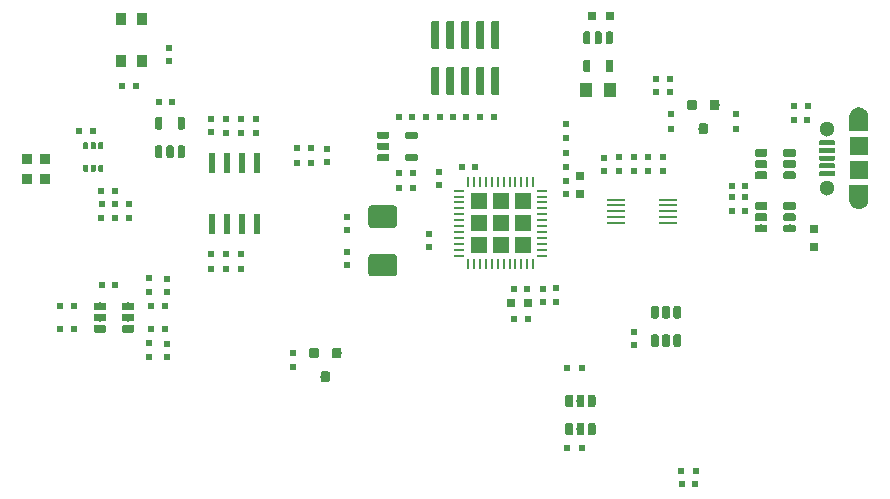
<source format=gtp>
G04 #@! TF.GenerationSoftware,KiCad,Pcbnew,(5.0.0)*
G04 #@! TF.CreationDate,2018-11-19T18:26:54-05:00*
G04 #@! TF.ProjectId,scope-footswitch,73636F70652D666F6F74737769746368,1.3*
G04 #@! TF.SameCoordinates,Original*
G04 #@! TF.FileFunction,Paste,Top*
G04 #@! TF.FilePolarity,Positive*
%FSLAX46Y46*%
G04 Gerber Fmt 4.6, Leading zero omitted, Abs format (unit mm)*
G04 Created by KiCad (PCBNEW (5.0.0)) date 11/19/18 18:26:54*
%MOMM*%
%LPD*%
G01*
G04 APERTURE LIST*
%ADD10R,0.600000X0.600000*%
%ADD11C,0.100000*%
%ADD12C,0.800000*%
%ADD13R,0.600000X1.800000*%
%ADD14C,0.650000*%
%ADD15C,0.600000*%
%ADD16R,1.466666X1.466666*%
%ADD17O,0.250000X0.900000*%
%ADD18O,0.900000X0.250000*%
%ADD19R,1.500000X0.250000*%
%ADD20C,0.420000*%
%ADD21C,0.430000*%
%ADD22R,0.800000X0.800000*%
%ADD23R,1.000000X1.250000*%
%ADD24C,0.400000*%
%ADD25C,1.600000*%
%ADD26C,1.300000*%
%ADD27R,1.600000X1.500000*%
%ADD28C,0.700000*%
%ADD29R,0.900000X0.900000*%
%ADD30R,0.900000X1.000000*%
%ADD31C,1.900000*%
G04 APERTURE END LIST*
D10*
G04 #@! TO.C,R44*
X148250000Y-90700000D03*
X149450000Y-90700000D03*
G04 #@! TD*
G04 #@! TO.C,R43*
X162350000Y-86500000D03*
X162350000Y-85300000D03*
G04 #@! TD*
G04 #@! TO.C,R42*
X176800000Y-84500000D03*
X176800000Y-85700000D03*
G04 #@! TD*
D11*
G04 #@! TO.C,D6*
G36*
X143169603Y-104250963D02*
X143189018Y-104253843D01*
X143208057Y-104258612D01*
X143226537Y-104265224D01*
X143244279Y-104273616D01*
X143261114Y-104283706D01*
X143276879Y-104295398D01*
X143291421Y-104308579D01*
X143304602Y-104323121D01*
X143316294Y-104338886D01*
X143326384Y-104355721D01*
X143334776Y-104373463D01*
X143341388Y-104391943D01*
X143346157Y-104410982D01*
X143349037Y-104430397D01*
X143350000Y-104450000D01*
X143350000Y-104950000D01*
X143349037Y-104969603D01*
X143346157Y-104989018D01*
X143341388Y-105008057D01*
X143334776Y-105026537D01*
X143326384Y-105044279D01*
X143316294Y-105061114D01*
X143304602Y-105076879D01*
X143291421Y-105091421D01*
X143276879Y-105104602D01*
X143261114Y-105116294D01*
X143244279Y-105126384D01*
X143226537Y-105134776D01*
X143208057Y-105141388D01*
X143189018Y-105146157D01*
X143169603Y-105149037D01*
X143150000Y-105150000D01*
X142750000Y-105150000D01*
X142730397Y-105149037D01*
X142710982Y-105146157D01*
X142691943Y-105141388D01*
X142673463Y-105134776D01*
X142655721Y-105126384D01*
X142638886Y-105116294D01*
X142623121Y-105104602D01*
X142608579Y-105091421D01*
X142595398Y-105076879D01*
X142583706Y-105061114D01*
X142573616Y-105044279D01*
X142565224Y-105026537D01*
X142558612Y-105008057D01*
X142553843Y-104989018D01*
X142550963Y-104969603D01*
X142550000Y-104950000D01*
X142550000Y-104450000D01*
X142550963Y-104430397D01*
X142553843Y-104410982D01*
X142558612Y-104391943D01*
X142565224Y-104373463D01*
X142573616Y-104355721D01*
X142583706Y-104338886D01*
X142595398Y-104323121D01*
X142608579Y-104308579D01*
X142623121Y-104295398D01*
X142638886Y-104283706D01*
X142655721Y-104273616D01*
X142673463Y-104265224D01*
X142691943Y-104258612D01*
X142710982Y-104253843D01*
X142730397Y-104250963D01*
X142750000Y-104250000D01*
X143150000Y-104250000D01*
X143169603Y-104250963D01*
X143169603Y-104250963D01*
G37*
D12*
X142950000Y-104700000D03*
D11*
G36*
X142219603Y-106250963D02*
X142239018Y-106253843D01*
X142258057Y-106258612D01*
X142276537Y-106265224D01*
X142294279Y-106273616D01*
X142311114Y-106283706D01*
X142326879Y-106295398D01*
X142341421Y-106308579D01*
X142354602Y-106323121D01*
X142366294Y-106338886D01*
X142376384Y-106355721D01*
X142384776Y-106373463D01*
X142391388Y-106391943D01*
X142396157Y-106410982D01*
X142399037Y-106430397D01*
X142400000Y-106450000D01*
X142400000Y-106950000D01*
X142399037Y-106969603D01*
X142396157Y-106989018D01*
X142391388Y-107008057D01*
X142384776Y-107026537D01*
X142376384Y-107044279D01*
X142366294Y-107061114D01*
X142354602Y-107076879D01*
X142341421Y-107091421D01*
X142326879Y-107104602D01*
X142311114Y-107116294D01*
X142294279Y-107126384D01*
X142276537Y-107134776D01*
X142258057Y-107141388D01*
X142239018Y-107146157D01*
X142219603Y-107149037D01*
X142200000Y-107150000D01*
X141800000Y-107150000D01*
X141780397Y-107149037D01*
X141760982Y-107146157D01*
X141741943Y-107141388D01*
X141723463Y-107134776D01*
X141705721Y-107126384D01*
X141688886Y-107116294D01*
X141673121Y-107104602D01*
X141658579Y-107091421D01*
X141645398Y-107076879D01*
X141633706Y-107061114D01*
X141623616Y-107044279D01*
X141615224Y-107026537D01*
X141608612Y-107008057D01*
X141603843Y-106989018D01*
X141600963Y-106969603D01*
X141600000Y-106950000D01*
X141600000Y-106450000D01*
X141600963Y-106430397D01*
X141603843Y-106410982D01*
X141608612Y-106391943D01*
X141615224Y-106373463D01*
X141623616Y-106355721D01*
X141633706Y-106338886D01*
X141645398Y-106323121D01*
X141658579Y-106308579D01*
X141673121Y-106295398D01*
X141688886Y-106283706D01*
X141705721Y-106273616D01*
X141723463Y-106265224D01*
X141741943Y-106258612D01*
X141760982Y-106253843D01*
X141780397Y-106250963D01*
X141800000Y-106250000D01*
X142200000Y-106250000D01*
X142219603Y-106250963D01*
X142219603Y-106250963D01*
G37*
D12*
X142000000Y-106700000D03*
D11*
G36*
X141269603Y-104250963D02*
X141289018Y-104253843D01*
X141308057Y-104258612D01*
X141326537Y-104265224D01*
X141344279Y-104273616D01*
X141361114Y-104283706D01*
X141376879Y-104295398D01*
X141391421Y-104308579D01*
X141404602Y-104323121D01*
X141416294Y-104338886D01*
X141426384Y-104355721D01*
X141434776Y-104373463D01*
X141441388Y-104391943D01*
X141446157Y-104410982D01*
X141449037Y-104430397D01*
X141450000Y-104450000D01*
X141450000Y-104950000D01*
X141449037Y-104969603D01*
X141446157Y-104989018D01*
X141441388Y-105008057D01*
X141434776Y-105026537D01*
X141426384Y-105044279D01*
X141416294Y-105061114D01*
X141404602Y-105076879D01*
X141391421Y-105091421D01*
X141376879Y-105104602D01*
X141361114Y-105116294D01*
X141344279Y-105126384D01*
X141326537Y-105134776D01*
X141308057Y-105141388D01*
X141289018Y-105146157D01*
X141269603Y-105149037D01*
X141250000Y-105150000D01*
X140850000Y-105150000D01*
X140830397Y-105149037D01*
X140810982Y-105146157D01*
X140791943Y-105141388D01*
X140773463Y-105134776D01*
X140755721Y-105126384D01*
X140738886Y-105116294D01*
X140723121Y-105104602D01*
X140708579Y-105091421D01*
X140695398Y-105076879D01*
X140683706Y-105061114D01*
X140673616Y-105044279D01*
X140665224Y-105026537D01*
X140658612Y-105008057D01*
X140653843Y-104989018D01*
X140650963Y-104969603D01*
X140650000Y-104950000D01*
X140650000Y-104450000D01*
X140650963Y-104430397D01*
X140653843Y-104410982D01*
X140658612Y-104391943D01*
X140665224Y-104373463D01*
X140673616Y-104355721D01*
X140683706Y-104338886D01*
X140695398Y-104323121D01*
X140708579Y-104308579D01*
X140723121Y-104295398D01*
X140738886Y-104283706D01*
X140755721Y-104273616D01*
X140773463Y-104265224D01*
X140791943Y-104258612D01*
X140810982Y-104253843D01*
X140830397Y-104250963D01*
X140850000Y-104250000D01*
X141250000Y-104250000D01*
X141269603Y-104250963D01*
X141269603Y-104250963D01*
G37*
D12*
X141050000Y-104700000D03*
G04 #@! TD*
D13*
G04 #@! TO.C,U3*
X136255000Y-93800000D03*
X136255000Y-88600000D03*
X134985000Y-93800000D03*
X134985000Y-88600000D03*
X133715000Y-93800000D03*
X133715000Y-88600000D03*
X132445000Y-93800000D03*
X132445000Y-88600000D03*
G04 #@! TD*
D11*
G04 #@! TO.C,D1*
G36*
X173269603Y-83250963D02*
X173289018Y-83253843D01*
X173308057Y-83258612D01*
X173326537Y-83265224D01*
X173344279Y-83273616D01*
X173361114Y-83283706D01*
X173376879Y-83295398D01*
X173391421Y-83308579D01*
X173404602Y-83323121D01*
X173416294Y-83338886D01*
X173426384Y-83355721D01*
X173434776Y-83373463D01*
X173441388Y-83391943D01*
X173446157Y-83410982D01*
X173449037Y-83430397D01*
X173450000Y-83450000D01*
X173450000Y-83950000D01*
X173449037Y-83969603D01*
X173446157Y-83989018D01*
X173441388Y-84008057D01*
X173434776Y-84026537D01*
X173426384Y-84044279D01*
X173416294Y-84061114D01*
X173404602Y-84076879D01*
X173391421Y-84091421D01*
X173376879Y-84104602D01*
X173361114Y-84116294D01*
X173344279Y-84126384D01*
X173326537Y-84134776D01*
X173308057Y-84141388D01*
X173289018Y-84146157D01*
X173269603Y-84149037D01*
X173250000Y-84150000D01*
X172850000Y-84150000D01*
X172830397Y-84149037D01*
X172810982Y-84146157D01*
X172791943Y-84141388D01*
X172773463Y-84134776D01*
X172755721Y-84126384D01*
X172738886Y-84116294D01*
X172723121Y-84104602D01*
X172708579Y-84091421D01*
X172695398Y-84076879D01*
X172683706Y-84061114D01*
X172673616Y-84044279D01*
X172665224Y-84026537D01*
X172658612Y-84008057D01*
X172653843Y-83989018D01*
X172650963Y-83969603D01*
X172650000Y-83950000D01*
X172650000Y-83450000D01*
X172650963Y-83430397D01*
X172653843Y-83410982D01*
X172658612Y-83391943D01*
X172665224Y-83373463D01*
X172673616Y-83355721D01*
X172683706Y-83338886D01*
X172695398Y-83323121D01*
X172708579Y-83308579D01*
X172723121Y-83295398D01*
X172738886Y-83283706D01*
X172755721Y-83273616D01*
X172773463Y-83265224D01*
X172791943Y-83258612D01*
X172810982Y-83253843D01*
X172830397Y-83250963D01*
X172850000Y-83250000D01*
X173250000Y-83250000D01*
X173269603Y-83250963D01*
X173269603Y-83250963D01*
G37*
D12*
X173050000Y-83700000D03*
D11*
G36*
X174219603Y-85250963D02*
X174239018Y-85253843D01*
X174258057Y-85258612D01*
X174276537Y-85265224D01*
X174294279Y-85273616D01*
X174311114Y-85283706D01*
X174326879Y-85295398D01*
X174341421Y-85308579D01*
X174354602Y-85323121D01*
X174366294Y-85338886D01*
X174376384Y-85355721D01*
X174384776Y-85373463D01*
X174391388Y-85391943D01*
X174396157Y-85410982D01*
X174399037Y-85430397D01*
X174400000Y-85450000D01*
X174400000Y-85950000D01*
X174399037Y-85969603D01*
X174396157Y-85989018D01*
X174391388Y-86008057D01*
X174384776Y-86026537D01*
X174376384Y-86044279D01*
X174366294Y-86061114D01*
X174354602Y-86076879D01*
X174341421Y-86091421D01*
X174326879Y-86104602D01*
X174311114Y-86116294D01*
X174294279Y-86126384D01*
X174276537Y-86134776D01*
X174258057Y-86141388D01*
X174239018Y-86146157D01*
X174219603Y-86149037D01*
X174200000Y-86150000D01*
X173800000Y-86150000D01*
X173780397Y-86149037D01*
X173760982Y-86146157D01*
X173741943Y-86141388D01*
X173723463Y-86134776D01*
X173705721Y-86126384D01*
X173688886Y-86116294D01*
X173673121Y-86104602D01*
X173658579Y-86091421D01*
X173645398Y-86076879D01*
X173633706Y-86061114D01*
X173623616Y-86044279D01*
X173615224Y-86026537D01*
X173608612Y-86008057D01*
X173603843Y-85989018D01*
X173600963Y-85969603D01*
X173600000Y-85950000D01*
X173600000Y-85450000D01*
X173600963Y-85430397D01*
X173603843Y-85410982D01*
X173608612Y-85391943D01*
X173615224Y-85373463D01*
X173623616Y-85355721D01*
X173633706Y-85338886D01*
X173645398Y-85323121D01*
X173658579Y-85308579D01*
X173673121Y-85295398D01*
X173688886Y-85283706D01*
X173705721Y-85273616D01*
X173723463Y-85265224D01*
X173741943Y-85258612D01*
X173760982Y-85253843D01*
X173780397Y-85250963D01*
X173800000Y-85250000D01*
X174200000Y-85250000D01*
X174219603Y-85250963D01*
X174219603Y-85250963D01*
G37*
D12*
X174000000Y-85700000D03*
D11*
G36*
X175169603Y-83250963D02*
X175189018Y-83253843D01*
X175208057Y-83258612D01*
X175226537Y-83265224D01*
X175244279Y-83273616D01*
X175261114Y-83283706D01*
X175276879Y-83295398D01*
X175291421Y-83308579D01*
X175304602Y-83323121D01*
X175316294Y-83338886D01*
X175326384Y-83355721D01*
X175334776Y-83373463D01*
X175341388Y-83391943D01*
X175346157Y-83410982D01*
X175349037Y-83430397D01*
X175350000Y-83450000D01*
X175350000Y-83950000D01*
X175349037Y-83969603D01*
X175346157Y-83989018D01*
X175341388Y-84008057D01*
X175334776Y-84026537D01*
X175326384Y-84044279D01*
X175316294Y-84061114D01*
X175304602Y-84076879D01*
X175291421Y-84091421D01*
X175276879Y-84104602D01*
X175261114Y-84116294D01*
X175244279Y-84126384D01*
X175226537Y-84134776D01*
X175208057Y-84141388D01*
X175189018Y-84146157D01*
X175169603Y-84149037D01*
X175150000Y-84150000D01*
X174750000Y-84150000D01*
X174730397Y-84149037D01*
X174710982Y-84146157D01*
X174691943Y-84141388D01*
X174673463Y-84134776D01*
X174655721Y-84126384D01*
X174638886Y-84116294D01*
X174623121Y-84104602D01*
X174608579Y-84091421D01*
X174595398Y-84076879D01*
X174583706Y-84061114D01*
X174573616Y-84044279D01*
X174565224Y-84026537D01*
X174558612Y-84008057D01*
X174553843Y-83989018D01*
X174550963Y-83969603D01*
X174550000Y-83950000D01*
X174550000Y-83450000D01*
X174550963Y-83430397D01*
X174553843Y-83410982D01*
X174558612Y-83391943D01*
X174565224Y-83373463D01*
X174573616Y-83355721D01*
X174583706Y-83338886D01*
X174595398Y-83323121D01*
X174608579Y-83308579D01*
X174623121Y-83295398D01*
X174638886Y-83283706D01*
X174655721Y-83273616D01*
X174673463Y-83265224D01*
X174691943Y-83258612D01*
X174710982Y-83253843D01*
X174730397Y-83250963D01*
X174750000Y-83250000D01*
X175150000Y-83250000D01*
X175169603Y-83250963D01*
X175169603Y-83250963D01*
G37*
D12*
X174950000Y-83700000D03*
G04 #@! TD*
D11*
G04 #@! TO.C,U2*
G36*
X179278428Y-93825782D02*
X179294202Y-93828122D01*
X179309671Y-93831997D01*
X179324686Y-93837370D01*
X179339102Y-93844188D01*
X179352780Y-93852386D01*
X179365589Y-93861886D01*
X179377405Y-93872595D01*
X179388114Y-93884411D01*
X179397614Y-93897220D01*
X179405812Y-93910898D01*
X179412630Y-93925314D01*
X179418003Y-93940329D01*
X179421878Y-93955798D01*
X179424218Y-93971572D01*
X179425000Y-93987500D01*
X179425000Y-94312500D01*
X179424218Y-94328428D01*
X179421878Y-94344202D01*
X179418003Y-94359671D01*
X179412630Y-94374686D01*
X179405812Y-94389102D01*
X179397614Y-94402780D01*
X179388114Y-94415589D01*
X179377405Y-94427405D01*
X179365589Y-94438114D01*
X179352780Y-94447614D01*
X179339102Y-94455812D01*
X179324686Y-94462630D01*
X179309671Y-94468003D01*
X179294202Y-94471878D01*
X179278428Y-94474218D01*
X179262500Y-94475000D01*
X178537500Y-94475000D01*
X178521572Y-94474218D01*
X178505798Y-94471878D01*
X178490329Y-94468003D01*
X178475314Y-94462630D01*
X178460898Y-94455812D01*
X178447220Y-94447614D01*
X178434411Y-94438114D01*
X178422595Y-94427405D01*
X178411886Y-94415589D01*
X178402386Y-94402780D01*
X178394188Y-94389102D01*
X178387370Y-94374686D01*
X178381997Y-94359671D01*
X178378122Y-94344202D01*
X178375782Y-94328428D01*
X178375000Y-94312500D01*
X178375000Y-93987500D01*
X178375782Y-93971572D01*
X178378122Y-93955798D01*
X178381997Y-93940329D01*
X178387370Y-93925314D01*
X178394188Y-93910898D01*
X178402386Y-93897220D01*
X178411886Y-93884411D01*
X178422595Y-93872595D01*
X178434411Y-93861886D01*
X178447220Y-93852386D01*
X178460898Y-93844188D01*
X178475314Y-93837370D01*
X178490329Y-93831997D01*
X178505798Y-93828122D01*
X178521572Y-93825782D01*
X178537500Y-93825000D01*
X179262500Y-93825000D01*
X179278428Y-93825782D01*
X179278428Y-93825782D01*
G37*
D14*
X178900000Y-94150000D03*
D11*
G36*
X181678428Y-93825782D02*
X181694202Y-93828122D01*
X181709671Y-93831997D01*
X181724686Y-93837370D01*
X181739102Y-93844188D01*
X181752780Y-93852386D01*
X181765589Y-93861886D01*
X181777405Y-93872595D01*
X181788114Y-93884411D01*
X181797614Y-93897220D01*
X181805812Y-93910898D01*
X181812630Y-93925314D01*
X181818003Y-93940329D01*
X181821878Y-93955798D01*
X181824218Y-93971572D01*
X181825000Y-93987500D01*
X181825000Y-94312500D01*
X181824218Y-94328428D01*
X181821878Y-94344202D01*
X181818003Y-94359671D01*
X181812630Y-94374686D01*
X181805812Y-94389102D01*
X181797614Y-94402780D01*
X181788114Y-94415589D01*
X181777405Y-94427405D01*
X181765589Y-94438114D01*
X181752780Y-94447614D01*
X181739102Y-94455812D01*
X181724686Y-94462630D01*
X181709671Y-94468003D01*
X181694202Y-94471878D01*
X181678428Y-94474218D01*
X181662500Y-94475000D01*
X180937500Y-94475000D01*
X180921572Y-94474218D01*
X180905798Y-94471878D01*
X180890329Y-94468003D01*
X180875314Y-94462630D01*
X180860898Y-94455812D01*
X180847220Y-94447614D01*
X180834411Y-94438114D01*
X180822595Y-94427405D01*
X180811886Y-94415589D01*
X180802386Y-94402780D01*
X180794188Y-94389102D01*
X180787370Y-94374686D01*
X180781997Y-94359671D01*
X180778122Y-94344202D01*
X180775782Y-94328428D01*
X180775000Y-94312500D01*
X180775000Y-93987500D01*
X180775782Y-93971572D01*
X180778122Y-93955798D01*
X180781997Y-93940329D01*
X180787370Y-93925314D01*
X180794188Y-93910898D01*
X180802386Y-93897220D01*
X180811886Y-93884411D01*
X180822595Y-93872595D01*
X180834411Y-93861886D01*
X180847220Y-93852386D01*
X180860898Y-93844188D01*
X180875314Y-93837370D01*
X180890329Y-93831997D01*
X180905798Y-93828122D01*
X180921572Y-93825782D01*
X180937500Y-93825000D01*
X181662500Y-93825000D01*
X181678428Y-93825782D01*
X181678428Y-93825782D01*
G37*
D14*
X181300000Y-94150000D03*
D11*
G36*
X179278428Y-92875782D02*
X179294202Y-92878122D01*
X179309671Y-92881997D01*
X179324686Y-92887370D01*
X179339102Y-92894188D01*
X179352780Y-92902386D01*
X179365589Y-92911886D01*
X179377405Y-92922595D01*
X179388114Y-92934411D01*
X179397614Y-92947220D01*
X179405812Y-92960898D01*
X179412630Y-92975314D01*
X179418003Y-92990329D01*
X179421878Y-93005798D01*
X179424218Y-93021572D01*
X179425000Y-93037500D01*
X179425000Y-93362500D01*
X179424218Y-93378428D01*
X179421878Y-93394202D01*
X179418003Y-93409671D01*
X179412630Y-93424686D01*
X179405812Y-93439102D01*
X179397614Y-93452780D01*
X179388114Y-93465589D01*
X179377405Y-93477405D01*
X179365589Y-93488114D01*
X179352780Y-93497614D01*
X179339102Y-93505812D01*
X179324686Y-93512630D01*
X179309671Y-93518003D01*
X179294202Y-93521878D01*
X179278428Y-93524218D01*
X179262500Y-93525000D01*
X178537500Y-93525000D01*
X178521572Y-93524218D01*
X178505798Y-93521878D01*
X178490329Y-93518003D01*
X178475314Y-93512630D01*
X178460898Y-93505812D01*
X178447220Y-93497614D01*
X178434411Y-93488114D01*
X178422595Y-93477405D01*
X178411886Y-93465589D01*
X178402386Y-93452780D01*
X178394188Y-93439102D01*
X178387370Y-93424686D01*
X178381997Y-93409671D01*
X178378122Y-93394202D01*
X178375782Y-93378428D01*
X178375000Y-93362500D01*
X178375000Y-93037500D01*
X178375782Y-93021572D01*
X178378122Y-93005798D01*
X178381997Y-92990329D01*
X178387370Y-92975314D01*
X178394188Y-92960898D01*
X178402386Y-92947220D01*
X178411886Y-92934411D01*
X178422595Y-92922595D01*
X178434411Y-92911886D01*
X178447220Y-92902386D01*
X178460898Y-92894188D01*
X178475314Y-92887370D01*
X178490329Y-92881997D01*
X178505798Y-92878122D01*
X178521572Y-92875782D01*
X178537500Y-92875000D01*
X179262500Y-92875000D01*
X179278428Y-92875782D01*
X179278428Y-92875782D01*
G37*
D14*
X178900000Y-93200000D03*
D11*
G36*
X181678428Y-92875782D02*
X181694202Y-92878122D01*
X181709671Y-92881997D01*
X181724686Y-92887370D01*
X181739102Y-92894188D01*
X181752780Y-92902386D01*
X181765589Y-92911886D01*
X181777405Y-92922595D01*
X181788114Y-92934411D01*
X181797614Y-92947220D01*
X181805812Y-92960898D01*
X181812630Y-92975314D01*
X181818003Y-92990329D01*
X181821878Y-93005798D01*
X181824218Y-93021572D01*
X181825000Y-93037500D01*
X181825000Y-93362500D01*
X181824218Y-93378428D01*
X181821878Y-93394202D01*
X181818003Y-93409671D01*
X181812630Y-93424686D01*
X181805812Y-93439102D01*
X181797614Y-93452780D01*
X181788114Y-93465589D01*
X181777405Y-93477405D01*
X181765589Y-93488114D01*
X181752780Y-93497614D01*
X181739102Y-93505812D01*
X181724686Y-93512630D01*
X181709671Y-93518003D01*
X181694202Y-93521878D01*
X181678428Y-93524218D01*
X181662500Y-93525000D01*
X180937500Y-93525000D01*
X180921572Y-93524218D01*
X180905798Y-93521878D01*
X180890329Y-93518003D01*
X180875314Y-93512630D01*
X180860898Y-93505812D01*
X180847220Y-93497614D01*
X180834411Y-93488114D01*
X180822595Y-93477405D01*
X180811886Y-93465589D01*
X180802386Y-93452780D01*
X180794188Y-93439102D01*
X180787370Y-93424686D01*
X180781997Y-93409671D01*
X180778122Y-93394202D01*
X180775782Y-93378428D01*
X180775000Y-93362500D01*
X180775000Y-93037500D01*
X180775782Y-93021572D01*
X180778122Y-93005798D01*
X180781997Y-92990329D01*
X180787370Y-92975314D01*
X180794188Y-92960898D01*
X180802386Y-92947220D01*
X180811886Y-92934411D01*
X180822595Y-92922595D01*
X180834411Y-92911886D01*
X180847220Y-92902386D01*
X180860898Y-92894188D01*
X180875314Y-92887370D01*
X180890329Y-92881997D01*
X180905798Y-92878122D01*
X180921572Y-92875782D01*
X180937500Y-92875000D01*
X181662500Y-92875000D01*
X181678428Y-92875782D01*
X181678428Y-92875782D01*
G37*
D14*
X181300000Y-93200000D03*
D11*
G36*
X179278428Y-91925782D02*
X179294202Y-91928122D01*
X179309671Y-91931997D01*
X179324686Y-91937370D01*
X179339102Y-91944188D01*
X179352780Y-91952386D01*
X179365589Y-91961886D01*
X179377405Y-91972595D01*
X179388114Y-91984411D01*
X179397614Y-91997220D01*
X179405812Y-92010898D01*
X179412630Y-92025314D01*
X179418003Y-92040329D01*
X179421878Y-92055798D01*
X179424218Y-92071572D01*
X179425000Y-92087500D01*
X179425000Y-92412500D01*
X179424218Y-92428428D01*
X179421878Y-92444202D01*
X179418003Y-92459671D01*
X179412630Y-92474686D01*
X179405812Y-92489102D01*
X179397614Y-92502780D01*
X179388114Y-92515589D01*
X179377405Y-92527405D01*
X179365589Y-92538114D01*
X179352780Y-92547614D01*
X179339102Y-92555812D01*
X179324686Y-92562630D01*
X179309671Y-92568003D01*
X179294202Y-92571878D01*
X179278428Y-92574218D01*
X179262500Y-92575000D01*
X178537500Y-92575000D01*
X178521572Y-92574218D01*
X178505798Y-92571878D01*
X178490329Y-92568003D01*
X178475314Y-92562630D01*
X178460898Y-92555812D01*
X178447220Y-92547614D01*
X178434411Y-92538114D01*
X178422595Y-92527405D01*
X178411886Y-92515589D01*
X178402386Y-92502780D01*
X178394188Y-92489102D01*
X178387370Y-92474686D01*
X178381997Y-92459671D01*
X178378122Y-92444202D01*
X178375782Y-92428428D01*
X178375000Y-92412500D01*
X178375000Y-92087500D01*
X178375782Y-92071572D01*
X178378122Y-92055798D01*
X178381997Y-92040329D01*
X178387370Y-92025314D01*
X178394188Y-92010898D01*
X178402386Y-91997220D01*
X178411886Y-91984411D01*
X178422595Y-91972595D01*
X178434411Y-91961886D01*
X178447220Y-91952386D01*
X178460898Y-91944188D01*
X178475314Y-91937370D01*
X178490329Y-91931997D01*
X178505798Y-91928122D01*
X178521572Y-91925782D01*
X178537500Y-91925000D01*
X179262500Y-91925000D01*
X179278428Y-91925782D01*
X179278428Y-91925782D01*
G37*
D14*
X178900000Y-92250000D03*
D11*
G36*
X181678428Y-91925782D02*
X181694202Y-91928122D01*
X181709671Y-91931997D01*
X181724686Y-91937370D01*
X181739102Y-91944188D01*
X181752780Y-91952386D01*
X181765589Y-91961886D01*
X181777405Y-91972595D01*
X181788114Y-91984411D01*
X181797614Y-91997220D01*
X181805812Y-92010898D01*
X181812630Y-92025314D01*
X181818003Y-92040329D01*
X181821878Y-92055798D01*
X181824218Y-92071572D01*
X181825000Y-92087500D01*
X181825000Y-92412500D01*
X181824218Y-92428428D01*
X181821878Y-92444202D01*
X181818003Y-92459671D01*
X181812630Y-92474686D01*
X181805812Y-92489102D01*
X181797614Y-92502780D01*
X181788114Y-92515589D01*
X181777405Y-92527405D01*
X181765589Y-92538114D01*
X181752780Y-92547614D01*
X181739102Y-92555812D01*
X181724686Y-92562630D01*
X181709671Y-92568003D01*
X181694202Y-92571878D01*
X181678428Y-92574218D01*
X181662500Y-92575000D01*
X180937500Y-92575000D01*
X180921572Y-92574218D01*
X180905798Y-92571878D01*
X180890329Y-92568003D01*
X180875314Y-92562630D01*
X180860898Y-92555812D01*
X180847220Y-92547614D01*
X180834411Y-92538114D01*
X180822595Y-92527405D01*
X180811886Y-92515589D01*
X180802386Y-92502780D01*
X180794188Y-92489102D01*
X180787370Y-92474686D01*
X180781997Y-92459671D01*
X180778122Y-92444202D01*
X180775782Y-92428428D01*
X180775000Y-92412500D01*
X180775000Y-92087500D01*
X180775782Y-92071572D01*
X180778122Y-92055798D01*
X180781997Y-92040329D01*
X180787370Y-92025314D01*
X180794188Y-92010898D01*
X180802386Y-91997220D01*
X180811886Y-91984411D01*
X180822595Y-91972595D01*
X180834411Y-91961886D01*
X180847220Y-91952386D01*
X180860898Y-91944188D01*
X180875314Y-91937370D01*
X180890329Y-91931997D01*
X180905798Y-91928122D01*
X180921572Y-91925782D01*
X180937500Y-91925000D01*
X181662500Y-91925000D01*
X181678428Y-91925782D01*
X181678428Y-91925782D01*
G37*
D14*
X181300000Y-92250000D03*
G04 #@! TD*
D11*
G04 #@! TO.C,U8*
G36*
X164728428Y-110625782D02*
X164744202Y-110628122D01*
X164759671Y-110631997D01*
X164774686Y-110637370D01*
X164789102Y-110644188D01*
X164802780Y-110652386D01*
X164815589Y-110661886D01*
X164827405Y-110672595D01*
X164838114Y-110684411D01*
X164847614Y-110697220D01*
X164855812Y-110710898D01*
X164862630Y-110725314D01*
X164868003Y-110740329D01*
X164871878Y-110755798D01*
X164874218Y-110771572D01*
X164875000Y-110787500D01*
X164875000Y-111512500D01*
X164874218Y-111528428D01*
X164871878Y-111544202D01*
X164868003Y-111559671D01*
X164862630Y-111574686D01*
X164855812Y-111589102D01*
X164847614Y-111602780D01*
X164838114Y-111615589D01*
X164827405Y-111627405D01*
X164815589Y-111638114D01*
X164802780Y-111647614D01*
X164789102Y-111655812D01*
X164774686Y-111662630D01*
X164759671Y-111668003D01*
X164744202Y-111671878D01*
X164728428Y-111674218D01*
X164712500Y-111675000D01*
X164387500Y-111675000D01*
X164371572Y-111674218D01*
X164355798Y-111671878D01*
X164340329Y-111668003D01*
X164325314Y-111662630D01*
X164310898Y-111655812D01*
X164297220Y-111647614D01*
X164284411Y-111638114D01*
X164272595Y-111627405D01*
X164261886Y-111615589D01*
X164252386Y-111602780D01*
X164244188Y-111589102D01*
X164237370Y-111574686D01*
X164231997Y-111559671D01*
X164228122Y-111544202D01*
X164225782Y-111528428D01*
X164225000Y-111512500D01*
X164225000Y-110787500D01*
X164225782Y-110771572D01*
X164228122Y-110755798D01*
X164231997Y-110740329D01*
X164237370Y-110725314D01*
X164244188Y-110710898D01*
X164252386Y-110697220D01*
X164261886Y-110684411D01*
X164272595Y-110672595D01*
X164284411Y-110661886D01*
X164297220Y-110652386D01*
X164310898Y-110644188D01*
X164325314Y-110637370D01*
X164340329Y-110631997D01*
X164355798Y-110628122D01*
X164371572Y-110625782D01*
X164387500Y-110625000D01*
X164712500Y-110625000D01*
X164728428Y-110625782D01*
X164728428Y-110625782D01*
G37*
D14*
X164550000Y-111150000D03*
D11*
G36*
X164728428Y-108225782D02*
X164744202Y-108228122D01*
X164759671Y-108231997D01*
X164774686Y-108237370D01*
X164789102Y-108244188D01*
X164802780Y-108252386D01*
X164815589Y-108261886D01*
X164827405Y-108272595D01*
X164838114Y-108284411D01*
X164847614Y-108297220D01*
X164855812Y-108310898D01*
X164862630Y-108325314D01*
X164868003Y-108340329D01*
X164871878Y-108355798D01*
X164874218Y-108371572D01*
X164875000Y-108387500D01*
X164875000Y-109112500D01*
X164874218Y-109128428D01*
X164871878Y-109144202D01*
X164868003Y-109159671D01*
X164862630Y-109174686D01*
X164855812Y-109189102D01*
X164847614Y-109202780D01*
X164838114Y-109215589D01*
X164827405Y-109227405D01*
X164815589Y-109238114D01*
X164802780Y-109247614D01*
X164789102Y-109255812D01*
X164774686Y-109262630D01*
X164759671Y-109268003D01*
X164744202Y-109271878D01*
X164728428Y-109274218D01*
X164712500Y-109275000D01*
X164387500Y-109275000D01*
X164371572Y-109274218D01*
X164355798Y-109271878D01*
X164340329Y-109268003D01*
X164325314Y-109262630D01*
X164310898Y-109255812D01*
X164297220Y-109247614D01*
X164284411Y-109238114D01*
X164272595Y-109227405D01*
X164261886Y-109215589D01*
X164252386Y-109202780D01*
X164244188Y-109189102D01*
X164237370Y-109174686D01*
X164231997Y-109159671D01*
X164228122Y-109144202D01*
X164225782Y-109128428D01*
X164225000Y-109112500D01*
X164225000Y-108387500D01*
X164225782Y-108371572D01*
X164228122Y-108355798D01*
X164231997Y-108340329D01*
X164237370Y-108325314D01*
X164244188Y-108310898D01*
X164252386Y-108297220D01*
X164261886Y-108284411D01*
X164272595Y-108272595D01*
X164284411Y-108261886D01*
X164297220Y-108252386D01*
X164310898Y-108244188D01*
X164325314Y-108237370D01*
X164340329Y-108231997D01*
X164355798Y-108228122D01*
X164371572Y-108225782D01*
X164387500Y-108225000D01*
X164712500Y-108225000D01*
X164728428Y-108225782D01*
X164728428Y-108225782D01*
G37*
D14*
X164550000Y-108750000D03*
D11*
G36*
X163778428Y-110625782D02*
X163794202Y-110628122D01*
X163809671Y-110631997D01*
X163824686Y-110637370D01*
X163839102Y-110644188D01*
X163852780Y-110652386D01*
X163865589Y-110661886D01*
X163877405Y-110672595D01*
X163888114Y-110684411D01*
X163897614Y-110697220D01*
X163905812Y-110710898D01*
X163912630Y-110725314D01*
X163918003Y-110740329D01*
X163921878Y-110755798D01*
X163924218Y-110771572D01*
X163925000Y-110787500D01*
X163925000Y-111512500D01*
X163924218Y-111528428D01*
X163921878Y-111544202D01*
X163918003Y-111559671D01*
X163912630Y-111574686D01*
X163905812Y-111589102D01*
X163897614Y-111602780D01*
X163888114Y-111615589D01*
X163877405Y-111627405D01*
X163865589Y-111638114D01*
X163852780Y-111647614D01*
X163839102Y-111655812D01*
X163824686Y-111662630D01*
X163809671Y-111668003D01*
X163794202Y-111671878D01*
X163778428Y-111674218D01*
X163762500Y-111675000D01*
X163437500Y-111675000D01*
X163421572Y-111674218D01*
X163405798Y-111671878D01*
X163390329Y-111668003D01*
X163375314Y-111662630D01*
X163360898Y-111655812D01*
X163347220Y-111647614D01*
X163334411Y-111638114D01*
X163322595Y-111627405D01*
X163311886Y-111615589D01*
X163302386Y-111602780D01*
X163294188Y-111589102D01*
X163287370Y-111574686D01*
X163281997Y-111559671D01*
X163278122Y-111544202D01*
X163275782Y-111528428D01*
X163275000Y-111512500D01*
X163275000Y-110787500D01*
X163275782Y-110771572D01*
X163278122Y-110755798D01*
X163281997Y-110740329D01*
X163287370Y-110725314D01*
X163294188Y-110710898D01*
X163302386Y-110697220D01*
X163311886Y-110684411D01*
X163322595Y-110672595D01*
X163334411Y-110661886D01*
X163347220Y-110652386D01*
X163360898Y-110644188D01*
X163375314Y-110637370D01*
X163390329Y-110631997D01*
X163405798Y-110628122D01*
X163421572Y-110625782D01*
X163437500Y-110625000D01*
X163762500Y-110625000D01*
X163778428Y-110625782D01*
X163778428Y-110625782D01*
G37*
D14*
X163600000Y-111150000D03*
D11*
G36*
X163778428Y-108225782D02*
X163794202Y-108228122D01*
X163809671Y-108231997D01*
X163824686Y-108237370D01*
X163839102Y-108244188D01*
X163852780Y-108252386D01*
X163865589Y-108261886D01*
X163877405Y-108272595D01*
X163888114Y-108284411D01*
X163897614Y-108297220D01*
X163905812Y-108310898D01*
X163912630Y-108325314D01*
X163918003Y-108340329D01*
X163921878Y-108355798D01*
X163924218Y-108371572D01*
X163925000Y-108387500D01*
X163925000Y-109112500D01*
X163924218Y-109128428D01*
X163921878Y-109144202D01*
X163918003Y-109159671D01*
X163912630Y-109174686D01*
X163905812Y-109189102D01*
X163897614Y-109202780D01*
X163888114Y-109215589D01*
X163877405Y-109227405D01*
X163865589Y-109238114D01*
X163852780Y-109247614D01*
X163839102Y-109255812D01*
X163824686Y-109262630D01*
X163809671Y-109268003D01*
X163794202Y-109271878D01*
X163778428Y-109274218D01*
X163762500Y-109275000D01*
X163437500Y-109275000D01*
X163421572Y-109274218D01*
X163405798Y-109271878D01*
X163390329Y-109268003D01*
X163375314Y-109262630D01*
X163360898Y-109255812D01*
X163347220Y-109247614D01*
X163334411Y-109238114D01*
X163322595Y-109227405D01*
X163311886Y-109215589D01*
X163302386Y-109202780D01*
X163294188Y-109189102D01*
X163287370Y-109174686D01*
X163281997Y-109159671D01*
X163278122Y-109144202D01*
X163275782Y-109128428D01*
X163275000Y-109112500D01*
X163275000Y-108387500D01*
X163275782Y-108371572D01*
X163278122Y-108355798D01*
X163281997Y-108340329D01*
X163287370Y-108325314D01*
X163294188Y-108310898D01*
X163302386Y-108297220D01*
X163311886Y-108284411D01*
X163322595Y-108272595D01*
X163334411Y-108261886D01*
X163347220Y-108252386D01*
X163360898Y-108244188D01*
X163375314Y-108237370D01*
X163390329Y-108231997D01*
X163405798Y-108228122D01*
X163421572Y-108225782D01*
X163437500Y-108225000D01*
X163762500Y-108225000D01*
X163778428Y-108225782D01*
X163778428Y-108225782D01*
G37*
D14*
X163600000Y-108750000D03*
D11*
G36*
X162828428Y-110625782D02*
X162844202Y-110628122D01*
X162859671Y-110631997D01*
X162874686Y-110637370D01*
X162889102Y-110644188D01*
X162902780Y-110652386D01*
X162915589Y-110661886D01*
X162927405Y-110672595D01*
X162938114Y-110684411D01*
X162947614Y-110697220D01*
X162955812Y-110710898D01*
X162962630Y-110725314D01*
X162968003Y-110740329D01*
X162971878Y-110755798D01*
X162974218Y-110771572D01*
X162975000Y-110787500D01*
X162975000Y-111512500D01*
X162974218Y-111528428D01*
X162971878Y-111544202D01*
X162968003Y-111559671D01*
X162962630Y-111574686D01*
X162955812Y-111589102D01*
X162947614Y-111602780D01*
X162938114Y-111615589D01*
X162927405Y-111627405D01*
X162915589Y-111638114D01*
X162902780Y-111647614D01*
X162889102Y-111655812D01*
X162874686Y-111662630D01*
X162859671Y-111668003D01*
X162844202Y-111671878D01*
X162828428Y-111674218D01*
X162812500Y-111675000D01*
X162487500Y-111675000D01*
X162471572Y-111674218D01*
X162455798Y-111671878D01*
X162440329Y-111668003D01*
X162425314Y-111662630D01*
X162410898Y-111655812D01*
X162397220Y-111647614D01*
X162384411Y-111638114D01*
X162372595Y-111627405D01*
X162361886Y-111615589D01*
X162352386Y-111602780D01*
X162344188Y-111589102D01*
X162337370Y-111574686D01*
X162331997Y-111559671D01*
X162328122Y-111544202D01*
X162325782Y-111528428D01*
X162325000Y-111512500D01*
X162325000Y-110787500D01*
X162325782Y-110771572D01*
X162328122Y-110755798D01*
X162331997Y-110740329D01*
X162337370Y-110725314D01*
X162344188Y-110710898D01*
X162352386Y-110697220D01*
X162361886Y-110684411D01*
X162372595Y-110672595D01*
X162384411Y-110661886D01*
X162397220Y-110652386D01*
X162410898Y-110644188D01*
X162425314Y-110637370D01*
X162440329Y-110631997D01*
X162455798Y-110628122D01*
X162471572Y-110625782D01*
X162487500Y-110625000D01*
X162812500Y-110625000D01*
X162828428Y-110625782D01*
X162828428Y-110625782D01*
G37*
D14*
X162650000Y-111150000D03*
D11*
G36*
X162828428Y-108225782D02*
X162844202Y-108228122D01*
X162859671Y-108231997D01*
X162874686Y-108237370D01*
X162889102Y-108244188D01*
X162902780Y-108252386D01*
X162915589Y-108261886D01*
X162927405Y-108272595D01*
X162938114Y-108284411D01*
X162947614Y-108297220D01*
X162955812Y-108310898D01*
X162962630Y-108325314D01*
X162968003Y-108340329D01*
X162971878Y-108355798D01*
X162974218Y-108371572D01*
X162975000Y-108387500D01*
X162975000Y-109112500D01*
X162974218Y-109128428D01*
X162971878Y-109144202D01*
X162968003Y-109159671D01*
X162962630Y-109174686D01*
X162955812Y-109189102D01*
X162947614Y-109202780D01*
X162938114Y-109215589D01*
X162927405Y-109227405D01*
X162915589Y-109238114D01*
X162902780Y-109247614D01*
X162889102Y-109255812D01*
X162874686Y-109262630D01*
X162859671Y-109268003D01*
X162844202Y-109271878D01*
X162828428Y-109274218D01*
X162812500Y-109275000D01*
X162487500Y-109275000D01*
X162471572Y-109274218D01*
X162455798Y-109271878D01*
X162440329Y-109268003D01*
X162425314Y-109262630D01*
X162410898Y-109255812D01*
X162397220Y-109247614D01*
X162384411Y-109238114D01*
X162372595Y-109227405D01*
X162361886Y-109215589D01*
X162352386Y-109202780D01*
X162344188Y-109189102D01*
X162337370Y-109174686D01*
X162331997Y-109159671D01*
X162328122Y-109144202D01*
X162325782Y-109128428D01*
X162325000Y-109112500D01*
X162325000Y-108387500D01*
X162325782Y-108371572D01*
X162328122Y-108355798D01*
X162331997Y-108340329D01*
X162337370Y-108325314D01*
X162344188Y-108310898D01*
X162352386Y-108297220D01*
X162361886Y-108284411D01*
X162372595Y-108272595D01*
X162384411Y-108261886D01*
X162397220Y-108252386D01*
X162410898Y-108244188D01*
X162425314Y-108237370D01*
X162440329Y-108231997D01*
X162455798Y-108228122D01*
X162471572Y-108225782D01*
X162487500Y-108225000D01*
X162812500Y-108225000D01*
X162828428Y-108225782D01*
X162828428Y-108225782D01*
G37*
D14*
X162650000Y-108750000D03*
G04 #@! TD*
D11*
G04 #@! TO.C,U5*
G36*
X166214703Y-79875722D02*
X166229264Y-79877882D01*
X166243543Y-79881459D01*
X166257403Y-79886418D01*
X166270710Y-79892712D01*
X166283336Y-79900280D01*
X166295159Y-79909048D01*
X166306066Y-79918934D01*
X166315952Y-79929841D01*
X166324720Y-79941664D01*
X166332288Y-79954290D01*
X166338582Y-79967597D01*
X166343541Y-79981457D01*
X166347118Y-79995736D01*
X166349278Y-80010297D01*
X166350000Y-80025000D01*
X166350000Y-80775000D01*
X166349278Y-80789703D01*
X166347118Y-80804264D01*
X166343541Y-80818543D01*
X166338582Y-80832403D01*
X166332288Y-80845710D01*
X166324720Y-80858336D01*
X166315952Y-80870159D01*
X166306066Y-80881066D01*
X166295159Y-80890952D01*
X166283336Y-80899720D01*
X166270710Y-80907288D01*
X166257403Y-80913582D01*
X166243543Y-80918541D01*
X166229264Y-80922118D01*
X166214703Y-80924278D01*
X166200000Y-80925000D01*
X165900000Y-80925000D01*
X165885297Y-80924278D01*
X165870736Y-80922118D01*
X165856457Y-80918541D01*
X165842597Y-80913582D01*
X165829290Y-80907288D01*
X165816664Y-80899720D01*
X165804841Y-80890952D01*
X165793934Y-80881066D01*
X165784048Y-80870159D01*
X165775280Y-80858336D01*
X165767712Y-80845710D01*
X165761418Y-80832403D01*
X165756459Y-80818543D01*
X165752882Y-80804264D01*
X165750722Y-80789703D01*
X165750000Y-80775000D01*
X165750000Y-80025000D01*
X165750722Y-80010297D01*
X165752882Y-79995736D01*
X165756459Y-79981457D01*
X165761418Y-79967597D01*
X165767712Y-79954290D01*
X165775280Y-79941664D01*
X165784048Y-79929841D01*
X165793934Y-79918934D01*
X165804841Y-79909048D01*
X165816664Y-79900280D01*
X165829290Y-79892712D01*
X165842597Y-79886418D01*
X165856457Y-79881459D01*
X165870736Y-79877882D01*
X165885297Y-79875722D01*
X165900000Y-79875000D01*
X166200000Y-79875000D01*
X166214703Y-79875722D01*
X166214703Y-79875722D01*
G37*
D15*
X166050000Y-80400000D03*
D11*
G36*
X164314703Y-79875722D02*
X164329264Y-79877882D01*
X164343543Y-79881459D01*
X164357403Y-79886418D01*
X164370710Y-79892712D01*
X164383336Y-79900280D01*
X164395159Y-79909048D01*
X164406066Y-79918934D01*
X164415952Y-79929841D01*
X164424720Y-79941664D01*
X164432288Y-79954290D01*
X164438582Y-79967597D01*
X164443541Y-79981457D01*
X164447118Y-79995736D01*
X164449278Y-80010297D01*
X164450000Y-80025000D01*
X164450000Y-80775000D01*
X164449278Y-80789703D01*
X164447118Y-80804264D01*
X164443541Y-80818543D01*
X164438582Y-80832403D01*
X164432288Y-80845710D01*
X164424720Y-80858336D01*
X164415952Y-80870159D01*
X164406066Y-80881066D01*
X164395159Y-80890952D01*
X164383336Y-80899720D01*
X164370710Y-80907288D01*
X164357403Y-80913582D01*
X164343543Y-80918541D01*
X164329264Y-80922118D01*
X164314703Y-80924278D01*
X164300000Y-80925000D01*
X164000000Y-80925000D01*
X163985297Y-80924278D01*
X163970736Y-80922118D01*
X163956457Y-80918541D01*
X163942597Y-80913582D01*
X163929290Y-80907288D01*
X163916664Y-80899720D01*
X163904841Y-80890952D01*
X163893934Y-80881066D01*
X163884048Y-80870159D01*
X163875280Y-80858336D01*
X163867712Y-80845710D01*
X163861418Y-80832403D01*
X163856459Y-80818543D01*
X163852882Y-80804264D01*
X163850722Y-80789703D01*
X163850000Y-80775000D01*
X163850000Y-80025000D01*
X163850722Y-80010297D01*
X163852882Y-79995736D01*
X163856459Y-79981457D01*
X163861418Y-79967597D01*
X163867712Y-79954290D01*
X163875280Y-79941664D01*
X163884048Y-79929841D01*
X163893934Y-79918934D01*
X163904841Y-79909048D01*
X163916664Y-79900280D01*
X163929290Y-79892712D01*
X163942597Y-79886418D01*
X163956457Y-79881459D01*
X163970736Y-79877882D01*
X163985297Y-79875722D01*
X164000000Y-79875000D01*
X164300000Y-79875000D01*
X164314703Y-79875722D01*
X164314703Y-79875722D01*
G37*
D15*
X164150000Y-80400000D03*
D11*
G36*
X164314703Y-77475722D02*
X164329264Y-77477882D01*
X164343543Y-77481459D01*
X164357403Y-77486418D01*
X164370710Y-77492712D01*
X164383336Y-77500280D01*
X164395159Y-77509048D01*
X164406066Y-77518934D01*
X164415952Y-77529841D01*
X164424720Y-77541664D01*
X164432288Y-77554290D01*
X164438582Y-77567597D01*
X164443541Y-77581457D01*
X164447118Y-77595736D01*
X164449278Y-77610297D01*
X164450000Y-77625000D01*
X164450000Y-78375000D01*
X164449278Y-78389703D01*
X164447118Y-78404264D01*
X164443541Y-78418543D01*
X164438582Y-78432403D01*
X164432288Y-78445710D01*
X164424720Y-78458336D01*
X164415952Y-78470159D01*
X164406066Y-78481066D01*
X164395159Y-78490952D01*
X164383336Y-78499720D01*
X164370710Y-78507288D01*
X164357403Y-78513582D01*
X164343543Y-78518541D01*
X164329264Y-78522118D01*
X164314703Y-78524278D01*
X164300000Y-78525000D01*
X164000000Y-78525000D01*
X163985297Y-78524278D01*
X163970736Y-78522118D01*
X163956457Y-78518541D01*
X163942597Y-78513582D01*
X163929290Y-78507288D01*
X163916664Y-78499720D01*
X163904841Y-78490952D01*
X163893934Y-78481066D01*
X163884048Y-78470159D01*
X163875280Y-78458336D01*
X163867712Y-78445710D01*
X163861418Y-78432403D01*
X163856459Y-78418543D01*
X163852882Y-78404264D01*
X163850722Y-78389703D01*
X163850000Y-78375000D01*
X163850000Y-77625000D01*
X163850722Y-77610297D01*
X163852882Y-77595736D01*
X163856459Y-77581457D01*
X163861418Y-77567597D01*
X163867712Y-77554290D01*
X163875280Y-77541664D01*
X163884048Y-77529841D01*
X163893934Y-77518934D01*
X163904841Y-77509048D01*
X163916664Y-77500280D01*
X163929290Y-77492712D01*
X163942597Y-77486418D01*
X163956457Y-77481459D01*
X163970736Y-77477882D01*
X163985297Y-77475722D01*
X164000000Y-77475000D01*
X164300000Y-77475000D01*
X164314703Y-77475722D01*
X164314703Y-77475722D01*
G37*
D15*
X164150000Y-78000000D03*
D11*
G36*
X165264703Y-77475722D02*
X165279264Y-77477882D01*
X165293543Y-77481459D01*
X165307403Y-77486418D01*
X165320710Y-77492712D01*
X165333336Y-77500280D01*
X165345159Y-77509048D01*
X165356066Y-77518934D01*
X165365952Y-77529841D01*
X165374720Y-77541664D01*
X165382288Y-77554290D01*
X165388582Y-77567597D01*
X165393541Y-77581457D01*
X165397118Y-77595736D01*
X165399278Y-77610297D01*
X165400000Y-77625000D01*
X165400000Y-78375000D01*
X165399278Y-78389703D01*
X165397118Y-78404264D01*
X165393541Y-78418543D01*
X165388582Y-78432403D01*
X165382288Y-78445710D01*
X165374720Y-78458336D01*
X165365952Y-78470159D01*
X165356066Y-78481066D01*
X165345159Y-78490952D01*
X165333336Y-78499720D01*
X165320710Y-78507288D01*
X165307403Y-78513582D01*
X165293543Y-78518541D01*
X165279264Y-78522118D01*
X165264703Y-78524278D01*
X165250000Y-78525000D01*
X164950000Y-78525000D01*
X164935297Y-78524278D01*
X164920736Y-78522118D01*
X164906457Y-78518541D01*
X164892597Y-78513582D01*
X164879290Y-78507288D01*
X164866664Y-78499720D01*
X164854841Y-78490952D01*
X164843934Y-78481066D01*
X164834048Y-78470159D01*
X164825280Y-78458336D01*
X164817712Y-78445710D01*
X164811418Y-78432403D01*
X164806459Y-78418543D01*
X164802882Y-78404264D01*
X164800722Y-78389703D01*
X164800000Y-78375000D01*
X164800000Y-77625000D01*
X164800722Y-77610297D01*
X164802882Y-77595736D01*
X164806459Y-77581457D01*
X164811418Y-77567597D01*
X164817712Y-77554290D01*
X164825280Y-77541664D01*
X164834048Y-77529841D01*
X164843934Y-77518934D01*
X164854841Y-77509048D01*
X164866664Y-77500280D01*
X164879290Y-77492712D01*
X164892597Y-77486418D01*
X164906457Y-77481459D01*
X164920736Y-77477882D01*
X164935297Y-77475722D01*
X164950000Y-77475000D01*
X165250000Y-77475000D01*
X165264703Y-77475722D01*
X165264703Y-77475722D01*
G37*
D15*
X165100000Y-78000000D03*
D11*
G36*
X166214703Y-77475722D02*
X166229264Y-77477882D01*
X166243543Y-77481459D01*
X166257403Y-77486418D01*
X166270710Y-77492712D01*
X166283336Y-77500280D01*
X166295159Y-77509048D01*
X166306066Y-77518934D01*
X166315952Y-77529841D01*
X166324720Y-77541664D01*
X166332288Y-77554290D01*
X166338582Y-77567597D01*
X166343541Y-77581457D01*
X166347118Y-77595736D01*
X166349278Y-77610297D01*
X166350000Y-77625000D01*
X166350000Y-78375000D01*
X166349278Y-78389703D01*
X166347118Y-78404264D01*
X166343541Y-78418543D01*
X166338582Y-78432403D01*
X166332288Y-78445710D01*
X166324720Y-78458336D01*
X166315952Y-78470159D01*
X166306066Y-78481066D01*
X166295159Y-78490952D01*
X166283336Y-78499720D01*
X166270710Y-78507288D01*
X166257403Y-78513582D01*
X166243543Y-78518541D01*
X166229264Y-78522118D01*
X166214703Y-78524278D01*
X166200000Y-78525000D01*
X165900000Y-78525000D01*
X165885297Y-78524278D01*
X165870736Y-78522118D01*
X165856457Y-78518541D01*
X165842597Y-78513582D01*
X165829290Y-78507288D01*
X165816664Y-78499720D01*
X165804841Y-78490952D01*
X165793934Y-78481066D01*
X165784048Y-78470159D01*
X165775280Y-78458336D01*
X165767712Y-78445710D01*
X165761418Y-78432403D01*
X165756459Y-78418543D01*
X165752882Y-78404264D01*
X165750722Y-78389703D01*
X165750000Y-78375000D01*
X165750000Y-77625000D01*
X165750722Y-77610297D01*
X165752882Y-77595736D01*
X165756459Y-77581457D01*
X165761418Y-77567597D01*
X165767712Y-77554290D01*
X165775280Y-77541664D01*
X165784048Y-77529841D01*
X165793934Y-77518934D01*
X165804841Y-77509048D01*
X165816664Y-77500280D01*
X165829290Y-77492712D01*
X165842597Y-77486418D01*
X165856457Y-77481459D01*
X165870736Y-77477882D01*
X165885297Y-77475722D01*
X165900000Y-77475000D01*
X166200000Y-77475000D01*
X166214703Y-77475722D01*
X166214703Y-77475722D01*
G37*
D15*
X166050000Y-78000000D03*
G04 #@! TD*
D11*
G04 #@! TO.C,U4*
G36*
X149689703Y-85950722D02*
X149704264Y-85952882D01*
X149718543Y-85956459D01*
X149732403Y-85961418D01*
X149745710Y-85967712D01*
X149758336Y-85975280D01*
X149770159Y-85984048D01*
X149781066Y-85993934D01*
X149790952Y-86004841D01*
X149799720Y-86016664D01*
X149807288Y-86029290D01*
X149813582Y-86042597D01*
X149818541Y-86056457D01*
X149822118Y-86070736D01*
X149824278Y-86085297D01*
X149825000Y-86100000D01*
X149825000Y-86400000D01*
X149824278Y-86414703D01*
X149822118Y-86429264D01*
X149818541Y-86443543D01*
X149813582Y-86457403D01*
X149807288Y-86470710D01*
X149799720Y-86483336D01*
X149790952Y-86495159D01*
X149781066Y-86506066D01*
X149770159Y-86515952D01*
X149758336Y-86524720D01*
X149745710Y-86532288D01*
X149732403Y-86538582D01*
X149718543Y-86543541D01*
X149704264Y-86547118D01*
X149689703Y-86549278D01*
X149675000Y-86550000D01*
X148925000Y-86550000D01*
X148910297Y-86549278D01*
X148895736Y-86547118D01*
X148881457Y-86543541D01*
X148867597Y-86538582D01*
X148854290Y-86532288D01*
X148841664Y-86524720D01*
X148829841Y-86515952D01*
X148818934Y-86506066D01*
X148809048Y-86495159D01*
X148800280Y-86483336D01*
X148792712Y-86470710D01*
X148786418Y-86457403D01*
X148781459Y-86443543D01*
X148777882Y-86429264D01*
X148775722Y-86414703D01*
X148775000Y-86400000D01*
X148775000Y-86100000D01*
X148775722Y-86085297D01*
X148777882Y-86070736D01*
X148781459Y-86056457D01*
X148786418Y-86042597D01*
X148792712Y-86029290D01*
X148800280Y-86016664D01*
X148809048Y-86004841D01*
X148818934Y-85993934D01*
X148829841Y-85984048D01*
X148841664Y-85975280D01*
X148854290Y-85967712D01*
X148867597Y-85961418D01*
X148881457Y-85956459D01*
X148895736Y-85952882D01*
X148910297Y-85950722D01*
X148925000Y-85950000D01*
X149675000Y-85950000D01*
X149689703Y-85950722D01*
X149689703Y-85950722D01*
G37*
D15*
X149300000Y-86250000D03*
D11*
G36*
X149689703Y-87850722D02*
X149704264Y-87852882D01*
X149718543Y-87856459D01*
X149732403Y-87861418D01*
X149745710Y-87867712D01*
X149758336Y-87875280D01*
X149770159Y-87884048D01*
X149781066Y-87893934D01*
X149790952Y-87904841D01*
X149799720Y-87916664D01*
X149807288Y-87929290D01*
X149813582Y-87942597D01*
X149818541Y-87956457D01*
X149822118Y-87970736D01*
X149824278Y-87985297D01*
X149825000Y-88000000D01*
X149825000Y-88300000D01*
X149824278Y-88314703D01*
X149822118Y-88329264D01*
X149818541Y-88343543D01*
X149813582Y-88357403D01*
X149807288Y-88370710D01*
X149799720Y-88383336D01*
X149790952Y-88395159D01*
X149781066Y-88406066D01*
X149770159Y-88415952D01*
X149758336Y-88424720D01*
X149745710Y-88432288D01*
X149732403Y-88438582D01*
X149718543Y-88443541D01*
X149704264Y-88447118D01*
X149689703Y-88449278D01*
X149675000Y-88450000D01*
X148925000Y-88450000D01*
X148910297Y-88449278D01*
X148895736Y-88447118D01*
X148881457Y-88443541D01*
X148867597Y-88438582D01*
X148854290Y-88432288D01*
X148841664Y-88424720D01*
X148829841Y-88415952D01*
X148818934Y-88406066D01*
X148809048Y-88395159D01*
X148800280Y-88383336D01*
X148792712Y-88370710D01*
X148786418Y-88357403D01*
X148781459Y-88343543D01*
X148777882Y-88329264D01*
X148775722Y-88314703D01*
X148775000Y-88300000D01*
X148775000Y-88000000D01*
X148775722Y-87985297D01*
X148777882Y-87970736D01*
X148781459Y-87956457D01*
X148786418Y-87942597D01*
X148792712Y-87929290D01*
X148800280Y-87916664D01*
X148809048Y-87904841D01*
X148818934Y-87893934D01*
X148829841Y-87884048D01*
X148841664Y-87875280D01*
X148854290Y-87867712D01*
X148867597Y-87861418D01*
X148881457Y-87856459D01*
X148895736Y-87852882D01*
X148910297Y-87850722D01*
X148925000Y-87850000D01*
X149675000Y-87850000D01*
X149689703Y-87850722D01*
X149689703Y-87850722D01*
G37*
D15*
X149300000Y-88150000D03*
D11*
G36*
X147289703Y-87850722D02*
X147304264Y-87852882D01*
X147318543Y-87856459D01*
X147332403Y-87861418D01*
X147345710Y-87867712D01*
X147358336Y-87875280D01*
X147370159Y-87884048D01*
X147381066Y-87893934D01*
X147390952Y-87904841D01*
X147399720Y-87916664D01*
X147407288Y-87929290D01*
X147413582Y-87942597D01*
X147418541Y-87956457D01*
X147422118Y-87970736D01*
X147424278Y-87985297D01*
X147425000Y-88000000D01*
X147425000Y-88300000D01*
X147424278Y-88314703D01*
X147422118Y-88329264D01*
X147418541Y-88343543D01*
X147413582Y-88357403D01*
X147407288Y-88370710D01*
X147399720Y-88383336D01*
X147390952Y-88395159D01*
X147381066Y-88406066D01*
X147370159Y-88415952D01*
X147358336Y-88424720D01*
X147345710Y-88432288D01*
X147332403Y-88438582D01*
X147318543Y-88443541D01*
X147304264Y-88447118D01*
X147289703Y-88449278D01*
X147275000Y-88450000D01*
X146525000Y-88450000D01*
X146510297Y-88449278D01*
X146495736Y-88447118D01*
X146481457Y-88443541D01*
X146467597Y-88438582D01*
X146454290Y-88432288D01*
X146441664Y-88424720D01*
X146429841Y-88415952D01*
X146418934Y-88406066D01*
X146409048Y-88395159D01*
X146400280Y-88383336D01*
X146392712Y-88370710D01*
X146386418Y-88357403D01*
X146381459Y-88343543D01*
X146377882Y-88329264D01*
X146375722Y-88314703D01*
X146375000Y-88300000D01*
X146375000Y-88000000D01*
X146375722Y-87985297D01*
X146377882Y-87970736D01*
X146381459Y-87956457D01*
X146386418Y-87942597D01*
X146392712Y-87929290D01*
X146400280Y-87916664D01*
X146409048Y-87904841D01*
X146418934Y-87893934D01*
X146429841Y-87884048D01*
X146441664Y-87875280D01*
X146454290Y-87867712D01*
X146467597Y-87861418D01*
X146481457Y-87856459D01*
X146495736Y-87852882D01*
X146510297Y-87850722D01*
X146525000Y-87850000D01*
X147275000Y-87850000D01*
X147289703Y-87850722D01*
X147289703Y-87850722D01*
G37*
D15*
X146900000Y-88150000D03*
D11*
G36*
X147289703Y-86900722D02*
X147304264Y-86902882D01*
X147318543Y-86906459D01*
X147332403Y-86911418D01*
X147345710Y-86917712D01*
X147358336Y-86925280D01*
X147370159Y-86934048D01*
X147381066Y-86943934D01*
X147390952Y-86954841D01*
X147399720Y-86966664D01*
X147407288Y-86979290D01*
X147413582Y-86992597D01*
X147418541Y-87006457D01*
X147422118Y-87020736D01*
X147424278Y-87035297D01*
X147425000Y-87050000D01*
X147425000Y-87350000D01*
X147424278Y-87364703D01*
X147422118Y-87379264D01*
X147418541Y-87393543D01*
X147413582Y-87407403D01*
X147407288Y-87420710D01*
X147399720Y-87433336D01*
X147390952Y-87445159D01*
X147381066Y-87456066D01*
X147370159Y-87465952D01*
X147358336Y-87474720D01*
X147345710Y-87482288D01*
X147332403Y-87488582D01*
X147318543Y-87493541D01*
X147304264Y-87497118D01*
X147289703Y-87499278D01*
X147275000Y-87500000D01*
X146525000Y-87500000D01*
X146510297Y-87499278D01*
X146495736Y-87497118D01*
X146481457Y-87493541D01*
X146467597Y-87488582D01*
X146454290Y-87482288D01*
X146441664Y-87474720D01*
X146429841Y-87465952D01*
X146418934Y-87456066D01*
X146409048Y-87445159D01*
X146400280Y-87433336D01*
X146392712Y-87420710D01*
X146386418Y-87407403D01*
X146381459Y-87393543D01*
X146377882Y-87379264D01*
X146375722Y-87364703D01*
X146375000Y-87350000D01*
X146375000Y-87050000D01*
X146375722Y-87035297D01*
X146377882Y-87020736D01*
X146381459Y-87006457D01*
X146386418Y-86992597D01*
X146392712Y-86979290D01*
X146400280Y-86966664D01*
X146409048Y-86954841D01*
X146418934Y-86943934D01*
X146429841Y-86934048D01*
X146441664Y-86925280D01*
X146454290Y-86917712D01*
X146467597Y-86911418D01*
X146481457Y-86906459D01*
X146495736Y-86902882D01*
X146510297Y-86900722D01*
X146525000Y-86900000D01*
X147275000Y-86900000D01*
X147289703Y-86900722D01*
X147289703Y-86900722D01*
G37*
D15*
X146900000Y-87200000D03*
D11*
G36*
X147289703Y-85950722D02*
X147304264Y-85952882D01*
X147318543Y-85956459D01*
X147332403Y-85961418D01*
X147345710Y-85967712D01*
X147358336Y-85975280D01*
X147370159Y-85984048D01*
X147381066Y-85993934D01*
X147390952Y-86004841D01*
X147399720Y-86016664D01*
X147407288Y-86029290D01*
X147413582Y-86042597D01*
X147418541Y-86056457D01*
X147422118Y-86070736D01*
X147424278Y-86085297D01*
X147425000Y-86100000D01*
X147425000Y-86400000D01*
X147424278Y-86414703D01*
X147422118Y-86429264D01*
X147418541Y-86443543D01*
X147413582Y-86457403D01*
X147407288Y-86470710D01*
X147399720Y-86483336D01*
X147390952Y-86495159D01*
X147381066Y-86506066D01*
X147370159Y-86515952D01*
X147358336Y-86524720D01*
X147345710Y-86532288D01*
X147332403Y-86538582D01*
X147318543Y-86543541D01*
X147304264Y-86547118D01*
X147289703Y-86549278D01*
X147275000Y-86550000D01*
X146525000Y-86550000D01*
X146510297Y-86549278D01*
X146495736Y-86547118D01*
X146481457Y-86543541D01*
X146467597Y-86538582D01*
X146454290Y-86532288D01*
X146441664Y-86524720D01*
X146429841Y-86515952D01*
X146418934Y-86506066D01*
X146409048Y-86495159D01*
X146400280Y-86483336D01*
X146392712Y-86470710D01*
X146386418Y-86457403D01*
X146381459Y-86443543D01*
X146377882Y-86429264D01*
X146375722Y-86414703D01*
X146375000Y-86400000D01*
X146375000Y-86100000D01*
X146375722Y-86085297D01*
X146377882Y-86070736D01*
X146381459Y-86056457D01*
X146386418Y-86042597D01*
X146392712Y-86029290D01*
X146400280Y-86016664D01*
X146409048Y-86004841D01*
X146418934Y-85993934D01*
X146429841Y-85984048D01*
X146441664Y-85975280D01*
X146454290Y-85967712D01*
X146467597Y-85961418D01*
X146481457Y-85956459D01*
X146495736Y-85952882D01*
X146510297Y-85950722D01*
X146525000Y-85950000D01*
X147275000Y-85950000D01*
X147289703Y-85950722D01*
X147289703Y-85950722D01*
G37*
D15*
X146900000Y-86250000D03*
G04 #@! TD*
D11*
G04 #@! TO.C,U1*
G36*
X128064703Y-84725722D02*
X128079264Y-84727882D01*
X128093543Y-84731459D01*
X128107403Y-84736418D01*
X128120710Y-84742712D01*
X128133336Y-84750280D01*
X128145159Y-84759048D01*
X128156066Y-84768934D01*
X128165952Y-84779841D01*
X128174720Y-84791664D01*
X128182288Y-84804290D01*
X128188582Y-84817597D01*
X128193541Y-84831457D01*
X128197118Y-84845736D01*
X128199278Y-84860297D01*
X128200000Y-84875000D01*
X128200000Y-85625000D01*
X128199278Y-85639703D01*
X128197118Y-85654264D01*
X128193541Y-85668543D01*
X128188582Y-85682403D01*
X128182288Y-85695710D01*
X128174720Y-85708336D01*
X128165952Y-85720159D01*
X128156066Y-85731066D01*
X128145159Y-85740952D01*
X128133336Y-85749720D01*
X128120710Y-85757288D01*
X128107403Y-85763582D01*
X128093543Y-85768541D01*
X128079264Y-85772118D01*
X128064703Y-85774278D01*
X128050000Y-85775000D01*
X127750000Y-85775000D01*
X127735297Y-85774278D01*
X127720736Y-85772118D01*
X127706457Y-85768541D01*
X127692597Y-85763582D01*
X127679290Y-85757288D01*
X127666664Y-85749720D01*
X127654841Y-85740952D01*
X127643934Y-85731066D01*
X127634048Y-85720159D01*
X127625280Y-85708336D01*
X127617712Y-85695710D01*
X127611418Y-85682403D01*
X127606459Y-85668543D01*
X127602882Y-85654264D01*
X127600722Y-85639703D01*
X127600000Y-85625000D01*
X127600000Y-84875000D01*
X127600722Y-84860297D01*
X127602882Y-84845736D01*
X127606459Y-84831457D01*
X127611418Y-84817597D01*
X127617712Y-84804290D01*
X127625280Y-84791664D01*
X127634048Y-84779841D01*
X127643934Y-84768934D01*
X127654841Y-84759048D01*
X127666664Y-84750280D01*
X127679290Y-84742712D01*
X127692597Y-84736418D01*
X127706457Y-84731459D01*
X127720736Y-84727882D01*
X127735297Y-84725722D01*
X127750000Y-84725000D01*
X128050000Y-84725000D01*
X128064703Y-84725722D01*
X128064703Y-84725722D01*
G37*
D15*
X127900000Y-85250000D03*
D11*
G36*
X129964703Y-84725722D02*
X129979264Y-84727882D01*
X129993543Y-84731459D01*
X130007403Y-84736418D01*
X130020710Y-84742712D01*
X130033336Y-84750280D01*
X130045159Y-84759048D01*
X130056066Y-84768934D01*
X130065952Y-84779841D01*
X130074720Y-84791664D01*
X130082288Y-84804290D01*
X130088582Y-84817597D01*
X130093541Y-84831457D01*
X130097118Y-84845736D01*
X130099278Y-84860297D01*
X130100000Y-84875000D01*
X130100000Y-85625000D01*
X130099278Y-85639703D01*
X130097118Y-85654264D01*
X130093541Y-85668543D01*
X130088582Y-85682403D01*
X130082288Y-85695710D01*
X130074720Y-85708336D01*
X130065952Y-85720159D01*
X130056066Y-85731066D01*
X130045159Y-85740952D01*
X130033336Y-85749720D01*
X130020710Y-85757288D01*
X130007403Y-85763582D01*
X129993543Y-85768541D01*
X129979264Y-85772118D01*
X129964703Y-85774278D01*
X129950000Y-85775000D01*
X129650000Y-85775000D01*
X129635297Y-85774278D01*
X129620736Y-85772118D01*
X129606457Y-85768541D01*
X129592597Y-85763582D01*
X129579290Y-85757288D01*
X129566664Y-85749720D01*
X129554841Y-85740952D01*
X129543934Y-85731066D01*
X129534048Y-85720159D01*
X129525280Y-85708336D01*
X129517712Y-85695710D01*
X129511418Y-85682403D01*
X129506459Y-85668543D01*
X129502882Y-85654264D01*
X129500722Y-85639703D01*
X129500000Y-85625000D01*
X129500000Y-84875000D01*
X129500722Y-84860297D01*
X129502882Y-84845736D01*
X129506459Y-84831457D01*
X129511418Y-84817597D01*
X129517712Y-84804290D01*
X129525280Y-84791664D01*
X129534048Y-84779841D01*
X129543934Y-84768934D01*
X129554841Y-84759048D01*
X129566664Y-84750280D01*
X129579290Y-84742712D01*
X129592597Y-84736418D01*
X129606457Y-84731459D01*
X129620736Y-84727882D01*
X129635297Y-84725722D01*
X129650000Y-84725000D01*
X129950000Y-84725000D01*
X129964703Y-84725722D01*
X129964703Y-84725722D01*
G37*
D15*
X129800000Y-85250000D03*
D11*
G36*
X129964703Y-87125722D02*
X129979264Y-87127882D01*
X129993543Y-87131459D01*
X130007403Y-87136418D01*
X130020710Y-87142712D01*
X130033336Y-87150280D01*
X130045159Y-87159048D01*
X130056066Y-87168934D01*
X130065952Y-87179841D01*
X130074720Y-87191664D01*
X130082288Y-87204290D01*
X130088582Y-87217597D01*
X130093541Y-87231457D01*
X130097118Y-87245736D01*
X130099278Y-87260297D01*
X130100000Y-87275000D01*
X130100000Y-88025000D01*
X130099278Y-88039703D01*
X130097118Y-88054264D01*
X130093541Y-88068543D01*
X130088582Y-88082403D01*
X130082288Y-88095710D01*
X130074720Y-88108336D01*
X130065952Y-88120159D01*
X130056066Y-88131066D01*
X130045159Y-88140952D01*
X130033336Y-88149720D01*
X130020710Y-88157288D01*
X130007403Y-88163582D01*
X129993543Y-88168541D01*
X129979264Y-88172118D01*
X129964703Y-88174278D01*
X129950000Y-88175000D01*
X129650000Y-88175000D01*
X129635297Y-88174278D01*
X129620736Y-88172118D01*
X129606457Y-88168541D01*
X129592597Y-88163582D01*
X129579290Y-88157288D01*
X129566664Y-88149720D01*
X129554841Y-88140952D01*
X129543934Y-88131066D01*
X129534048Y-88120159D01*
X129525280Y-88108336D01*
X129517712Y-88095710D01*
X129511418Y-88082403D01*
X129506459Y-88068543D01*
X129502882Y-88054264D01*
X129500722Y-88039703D01*
X129500000Y-88025000D01*
X129500000Y-87275000D01*
X129500722Y-87260297D01*
X129502882Y-87245736D01*
X129506459Y-87231457D01*
X129511418Y-87217597D01*
X129517712Y-87204290D01*
X129525280Y-87191664D01*
X129534048Y-87179841D01*
X129543934Y-87168934D01*
X129554841Y-87159048D01*
X129566664Y-87150280D01*
X129579290Y-87142712D01*
X129592597Y-87136418D01*
X129606457Y-87131459D01*
X129620736Y-87127882D01*
X129635297Y-87125722D01*
X129650000Y-87125000D01*
X129950000Y-87125000D01*
X129964703Y-87125722D01*
X129964703Y-87125722D01*
G37*
D15*
X129800000Y-87650000D03*
D11*
G36*
X129014703Y-87125722D02*
X129029264Y-87127882D01*
X129043543Y-87131459D01*
X129057403Y-87136418D01*
X129070710Y-87142712D01*
X129083336Y-87150280D01*
X129095159Y-87159048D01*
X129106066Y-87168934D01*
X129115952Y-87179841D01*
X129124720Y-87191664D01*
X129132288Y-87204290D01*
X129138582Y-87217597D01*
X129143541Y-87231457D01*
X129147118Y-87245736D01*
X129149278Y-87260297D01*
X129150000Y-87275000D01*
X129150000Y-88025000D01*
X129149278Y-88039703D01*
X129147118Y-88054264D01*
X129143541Y-88068543D01*
X129138582Y-88082403D01*
X129132288Y-88095710D01*
X129124720Y-88108336D01*
X129115952Y-88120159D01*
X129106066Y-88131066D01*
X129095159Y-88140952D01*
X129083336Y-88149720D01*
X129070710Y-88157288D01*
X129057403Y-88163582D01*
X129043543Y-88168541D01*
X129029264Y-88172118D01*
X129014703Y-88174278D01*
X129000000Y-88175000D01*
X128700000Y-88175000D01*
X128685297Y-88174278D01*
X128670736Y-88172118D01*
X128656457Y-88168541D01*
X128642597Y-88163582D01*
X128629290Y-88157288D01*
X128616664Y-88149720D01*
X128604841Y-88140952D01*
X128593934Y-88131066D01*
X128584048Y-88120159D01*
X128575280Y-88108336D01*
X128567712Y-88095710D01*
X128561418Y-88082403D01*
X128556459Y-88068543D01*
X128552882Y-88054264D01*
X128550722Y-88039703D01*
X128550000Y-88025000D01*
X128550000Y-87275000D01*
X128550722Y-87260297D01*
X128552882Y-87245736D01*
X128556459Y-87231457D01*
X128561418Y-87217597D01*
X128567712Y-87204290D01*
X128575280Y-87191664D01*
X128584048Y-87179841D01*
X128593934Y-87168934D01*
X128604841Y-87159048D01*
X128616664Y-87150280D01*
X128629290Y-87142712D01*
X128642597Y-87136418D01*
X128656457Y-87131459D01*
X128670736Y-87127882D01*
X128685297Y-87125722D01*
X128700000Y-87125000D01*
X129000000Y-87125000D01*
X129014703Y-87125722D01*
X129014703Y-87125722D01*
G37*
D15*
X128850000Y-87650000D03*
D11*
G36*
X128064703Y-87125722D02*
X128079264Y-87127882D01*
X128093543Y-87131459D01*
X128107403Y-87136418D01*
X128120710Y-87142712D01*
X128133336Y-87150280D01*
X128145159Y-87159048D01*
X128156066Y-87168934D01*
X128165952Y-87179841D01*
X128174720Y-87191664D01*
X128182288Y-87204290D01*
X128188582Y-87217597D01*
X128193541Y-87231457D01*
X128197118Y-87245736D01*
X128199278Y-87260297D01*
X128200000Y-87275000D01*
X128200000Y-88025000D01*
X128199278Y-88039703D01*
X128197118Y-88054264D01*
X128193541Y-88068543D01*
X128188582Y-88082403D01*
X128182288Y-88095710D01*
X128174720Y-88108336D01*
X128165952Y-88120159D01*
X128156066Y-88131066D01*
X128145159Y-88140952D01*
X128133336Y-88149720D01*
X128120710Y-88157288D01*
X128107403Y-88163582D01*
X128093543Y-88168541D01*
X128079264Y-88172118D01*
X128064703Y-88174278D01*
X128050000Y-88175000D01*
X127750000Y-88175000D01*
X127735297Y-88174278D01*
X127720736Y-88172118D01*
X127706457Y-88168541D01*
X127692597Y-88163582D01*
X127679290Y-88157288D01*
X127666664Y-88149720D01*
X127654841Y-88140952D01*
X127643934Y-88131066D01*
X127634048Y-88120159D01*
X127625280Y-88108336D01*
X127617712Y-88095710D01*
X127611418Y-88082403D01*
X127606459Y-88068543D01*
X127602882Y-88054264D01*
X127600722Y-88039703D01*
X127600000Y-88025000D01*
X127600000Y-87275000D01*
X127600722Y-87260297D01*
X127602882Y-87245736D01*
X127606459Y-87231457D01*
X127611418Y-87217597D01*
X127617712Y-87204290D01*
X127625280Y-87191664D01*
X127634048Y-87179841D01*
X127643934Y-87168934D01*
X127654841Y-87159048D01*
X127666664Y-87150280D01*
X127679290Y-87142712D01*
X127692597Y-87136418D01*
X127706457Y-87131459D01*
X127720736Y-87127882D01*
X127735297Y-87125722D01*
X127750000Y-87125000D01*
X128050000Y-87125000D01*
X128064703Y-87125722D01*
X128064703Y-87125722D01*
G37*
D15*
X127900000Y-87650000D03*
G04 #@! TD*
D16*
G04 #@! TO.C,U6*
X158716666Y-95566666D03*
X158716666Y-93700000D03*
X158716666Y-91833334D03*
X156850000Y-95566666D03*
X156850000Y-93700000D03*
X156850000Y-91833334D03*
X154983334Y-95566666D03*
X154983334Y-93700000D03*
X154983334Y-91833334D03*
D17*
X154100000Y-90200000D03*
X154600000Y-90200000D03*
X155100000Y-90200000D03*
X155600000Y-90200000D03*
X156100000Y-90200000D03*
X156600000Y-90200000D03*
X157100000Y-90200000D03*
X157600000Y-90200000D03*
X158100000Y-90200000D03*
X158600000Y-90200000D03*
X159100000Y-90200000D03*
X159600000Y-90200000D03*
D18*
X160350000Y-90950000D03*
X160350000Y-91450000D03*
X160350000Y-91950000D03*
X160350000Y-92450000D03*
X160350000Y-92950000D03*
X160350000Y-93450000D03*
X160350000Y-93950000D03*
X160350000Y-94450000D03*
X160350000Y-94950000D03*
X160350000Y-95450000D03*
X160350000Y-95950000D03*
X160350000Y-96450000D03*
D17*
X159600000Y-97200000D03*
X159100000Y-97200000D03*
X158600000Y-97200000D03*
X158100000Y-97200000D03*
X157600000Y-97200000D03*
X157100000Y-97200000D03*
X156600000Y-97200000D03*
X156100000Y-97200000D03*
X155600000Y-97200000D03*
X155100000Y-97200000D03*
X154600000Y-97200000D03*
X154100000Y-97200000D03*
D18*
X153350000Y-96450000D03*
X153350000Y-95950000D03*
X153350000Y-95450000D03*
X153350000Y-94950000D03*
X153350000Y-94450000D03*
X153350000Y-93950000D03*
X153350000Y-93450000D03*
X153350000Y-92950000D03*
X153350000Y-92450000D03*
X153350000Y-91950000D03*
X153350000Y-91450000D03*
X153350000Y-90950000D03*
G04 #@! TD*
D10*
G04 #@! TO.C,R7*
X171200000Y-82600000D03*
X170000000Y-82600000D03*
G04 #@! TD*
G04 #@! TO.C,R41*
X171250000Y-84500000D03*
X171250000Y-85700000D03*
G04 #@! TD*
D11*
G04 #@! TO.C,D4*
G36*
X170078428Y-100725782D02*
X170094202Y-100728122D01*
X170109671Y-100731997D01*
X170124686Y-100737370D01*
X170139102Y-100744188D01*
X170152780Y-100752386D01*
X170165589Y-100761886D01*
X170177405Y-100772595D01*
X170188114Y-100784411D01*
X170197614Y-100797220D01*
X170205812Y-100810898D01*
X170212630Y-100825314D01*
X170218003Y-100840329D01*
X170221878Y-100855798D01*
X170224218Y-100871572D01*
X170225000Y-100887500D01*
X170225000Y-101612500D01*
X170224218Y-101628428D01*
X170221878Y-101644202D01*
X170218003Y-101659671D01*
X170212630Y-101674686D01*
X170205812Y-101689102D01*
X170197614Y-101702780D01*
X170188114Y-101715589D01*
X170177405Y-101727405D01*
X170165589Y-101738114D01*
X170152780Y-101747614D01*
X170139102Y-101755812D01*
X170124686Y-101762630D01*
X170109671Y-101768003D01*
X170094202Y-101771878D01*
X170078428Y-101774218D01*
X170062500Y-101775000D01*
X169737500Y-101775000D01*
X169721572Y-101774218D01*
X169705798Y-101771878D01*
X169690329Y-101768003D01*
X169675314Y-101762630D01*
X169660898Y-101755812D01*
X169647220Y-101747614D01*
X169634411Y-101738114D01*
X169622595Y-101727405D01*
X169611886Y-101715589D01*
X169602386Y-101702780D01*
X169594188Y-101689102D01*
X169587370Y-101674686D01*
X169581997Y-101659671D01*
X169578122Y-101644202D01*
X169575782Y-101628428D01*
X169575000Y-101612500D01*
X169575000Y-100887500D01*
X169575782Y-100871572D01*
X169578122Y-100855798D01*
X169581997Y-100840329D01*
X169587370Y-100825314D01*
X169594188Y-100810898D01*
X169602386Y-100797220D01*
X169611886Y-100784411D01*
X169622595Y-100772595D01*
X169634411Y-100761886D01*
X169647220Y-100752386D01*
X169660898Y-100744188D01*
X169675314Y-100737370D01*
X169690329Y-100731997D01*
X169705798Y-100728122D01*
X169721572Y-100725782D01*
X169737500Y-100725000D01*
X170062500Y-100725000D01*
X170078428Y-100725782D01*
X170078428Y-100725782D01*
G37*
D14*
X169900000Y-101250000D03*
D11*
G36*
X170078428Y-103125782D02*
X170094202Y-103128122D01*
X170109671Y-103131997D01*
X170124686Y-103137370D01*
X170139102Y-103144188D01*
X170152780Y-103152386D01*
X170165589Y-103161886D01*
X170177405Y-103172595D01*
X170188114Y-103184411D01*
X170197614Y-103197220D01*
X170205812Y-103210898D01*
X170212630Y-103225314D01*
X170218003Y-103240329D01*
X170221878Y-103255798D01*
X170224218Y-103271572D01*
X170225000Y-103287500D01*
X170225000Y-104012500D01*
X170224218Y-104028428D01*
X170221878Y-104044202D01*
X170218003Y-104059671D01*
X170212630Y-104074686D01*
X170205812Y-104089102D01*
X170197614Y-104102780D01*
X170188114Y-104115589D01*
X170177405Y-104127405D01*
X170165589Y-104138114D01*
X170152780Y-104147614D01*
X170139102Y-104155812D01*
X170124686Y-104162630D01*
X170109671Y-104168003D01*
X170094202Y-104171878D01*
X170078428Y-104174218D01*
X170062500Y-104175000D01*
X169737500Y-104175000D01*
X169721572Y-104174218D01*
X169705798Y-104171878D01*
X169690329Y-104168003D01*
X169675314Y-104162630D01*
X169660898Y-104155812D01*
X169647220Y-104147614D01*
X169634411Y-104138114D01*
X169622595Y-104127405D01*
X169611886Y-104115589D01*
X169602386Y-104102780D01*
X169594188Y-104089102D01*
X169587370Y-104074686D01*
X169581997Y-104059671D01*
X169578122Y-104044202D01*
X169575782Y-104028428D01*
X169575000Y-104012500D01*
X169575000Y-103287500D01*
X169575782Y-103271572D01*
X169578122Y-103255798D01*
X169581997Y-103240329D01*
X169587370Y-103225314D01*
X169594188Y-103210898D01*
X169602386Y-103197220D01*
X169611886Y-103184411D01*
X169622595Y-103172595D01*
X169634411Y-103161886D01*
X169647220Y-103152386D01*
X169660898Y-103144188D01*
X169675314Y-103137370D01*
X169690329Y-103131997D01*
X169705798Y-103128122D01*
X169721572Y-103125782D01*
X169737500Y-103125000D01*
X170062500Y-103125000D01*
X170078428Y-103125782D01*
X170078428Y-103125782D01*
G37*
D14*
X169900000Y-103650000D03*
D11*
G36*
X171028428Y-100725782D02*
X171044202Y-100728122D01*
X171059671Y-100731997D01*
X171074686Y-100737370D01*
X171089102Y-100744188D01*
X171102780Y-100752386D01*
X171115589Y-100761886D01*
X171127405Y-100772595D01*
X171138114Y-100784411D01*
X171147614Y-100797220D01*
X171155812Y-100810898D01*
X171162630Y-100825314D01*
X171168003Y-100840329D01*
X171171878Y-100855798D01*
X171174218Y-100871572D01*
X171175000Y-100887500D01*
X171175000Y-101612500D01*
X171174218Y-101628428D01*
X171171878Y-101644202D01*
X171168003Y-101659671D01*
X171162630Y-101674686D01*
X171155812Y-101689102D01*
X171147614Y-101702780D01*
X171138114Y-101715589D01*
X171127405Y-101727405D01*
X171115589Y-101738114D01*
X171102780Y-101747614D01*
X171089102Y-101755812D01*
X171074686Y-101762630D01*
X171059671Y-101768003D01*
X171044202Y-101771878D01*
X171028428Y-101774218D01*
X171012500Y-101775000D01*
X170687500Y-101775000D01*
X170671572Y-101774218D01*
X170655798Y-101771878D01*
X170640329Y-101768003D01*
X170625314Y-101762630D01*
X170610898Y-101755812D01*
X170597220Y-101747614D01*
X170584411Y-101738114D01*
X170572595Y-101727405D01*
X170561886Y-101715589D01*
X170552386Y-101702780D01*
X170544188Y-101689102D01*
X170537370Y-101674686D01*
X170531997Y-101659671D01*
X170528122Y-101644202D01*
X170525782Y-101628428D01*
X170525000Y-101612500D01*
X170525000Y-100887500D01*
X170525782Y-100871572D01*
X170528122Y-100855798D01*
X170531997Y-100840329D01*
X170537370Y-100825314D01*
X170544188Y-100810898D01*
X170552386Y-100797220D01*
X170561886Y-100784411D01*
X170572595Y-100772595D01*
X170584411Y-100761886D01*
X170597220Y-100752386D01*
X170610898Y-100744188D01*
X170625314Y-100737370D01*
X170640329Y-100731997D01*
X170655798Y-100728122D01*
X170671572Y-100725782D01*
X170687500Y-100725000D01*
X171012500Y-100725000D01*
X171028428Y-100725782D01*
X171028428Y-100725782D01*
G37*
D14*
X170850000Y-101250000D03*
D11*
G36*
X171028428Y-103125782D02*
X171044202Y-103128122D01*
X171059671Y-103131997D01*
X171074686Y-103137370D01*
X171089102Y-103144188D01*
X171102780Y-103152386D01*
X171115589Y-103161886D01*
X171127405Y-103172595D01*
X171138114Y-103184411D01*
X171147614Y-103197220D01*
X171155812Y-103210898D01*
X171162630Y-103225314D01*
X171168003Y-103240329D01*
X171171878Y-103255798D01*
X171174218Y-103271572D01*
X171175000Y-103287500D01*
X171175000Y-104012500D01*
X171174218Y-104028428D01*
X171171878Y-104044202D01*
X171168003Y-104059671D01*
X171162630Y-104074686D01*
X171155812Y-104089102D01*
X171147614Y-104102780D01*
X171138114Y-104115589D01*
X171127405Y-104127405D01*
X171115589Y-104138114D01*
X171102780Y-104147614D01*
X171089102Y-104155812D01*
X171074686Y-104162630D01*
X171059671Y-104168003D01*
X171044202Y-104171878D01*
X171028428Y-104174218D01*
X171012500Y-104175000D01*
X170687500Y-104175000D01*
X170671572Y-104174218D01*
X170655798Y-104171878D01*
X170640329Y-104168003D01*
X170625314Y-104162630D01*
X170610898Y-104155812D01*
X170597220Y-104147614D01*
X170584411Y-104138114D01*
X170572595Y-104127405D01*
X170561886Y-104115589D01*
X170552386Y-104102780D01*
X170544188Y-104089102D01*
X170537370Y-104074686D01*
X170531997Y-104059671D01*
X170528122Y-104044202D01*
X170525782Y-104028428D01*
X170525000Y-104012500D01*
X170525000Y-103287500D01*
X170525782Y-103271572D01*
X170528122Y-103255798D01*
X170531997Y-103240329D01*
X170537370Y-103225314D01*
X170544188Y-103210898D01*
X170552386Y-103197220D01*
X170561886Y-103184411D01*
X170572595Y-103172595D01*
X170584411Y-103161886D01*
X170597220Y-103152386D01*
X170610898Y-103144188D01*
X170625314Y-103137370D01*
X170640329Y-103131997D01*
X170655798Y-103128122D01*
X170671572Y-103125782D01*
X170687500Y-103125000D01*
X171012500Y-103125000D01*
X171028428Y-103125782D01*
X171028428Y-103125782D01*
G37*
D14*
X170850000Y-103650000D03*
D11*
G36*
X171978428Y-100725782D02*
X171994202Y-100728122D01*
X172009671Y-100731997D01*
X172024686Y-100737370D01*
X172039102Y-100744188D01*
X172052780Y-100752386D01*
X172065589Y-100761886D01*
X172077405Y-100772595D01*
X172088114Y-100784411D01*
X172097614Y-100797220D01*
X172105812Y-100810898D01*
X172112630Y-100825314D01*
X172118003Y-100840329D01*
X172121878Y-100855798D01*
X172124218Y-100871572D01*
X172125000Y-100887500D01*
X172125000Y-101612500D01*
X172124218Y-101628428D01*
X172121878Y-101644202D01*
X172118003Y-101659671D01*
X172112630Y-101674686D01*
X172105812Y-101689102D01*
X172097614Y-101702780D01*
X172088114Y-101715589D01*
X172077405Y-101727405D01*
X172065589Y-101738114D01*
X172052780Y-101747614D01*
X172039102Y-101755812D01*
X172024686Y-101762630D01*
X172009671Y-101768003D01*
X171994202Y-101771878D01*
X171978428Y-101774218D01*
X171962500Y-101775000D01*
X171637500Y-101775000D01*
X171621572Y-101774218D01*
X171605798Y-101771878D01*
X171590329Y-101768003D01*
X171575314Y-101762630D01*
X171560898Y-101755812D01*
X171547220Y-101747614D01*
X171534411Y-101738114D01*
X171522595Y-101727405D01*
X171511886Y-101715589D01*
X171502386Y-101702780D01*
X171494188Y-101689102D01*
X171487370Y-101674686D01*
X171481997Y-101659671D01*
X171478122Y-101644202D01*
X171475782Y-101628428D01*
X171475000Y-101612500D01*
X171475000Y-100887500D01*
X171475782Y-100871572D01*
X171478122Y-100855798D01*
X171481997Y-100840329D01*
X171487370Y-100825314D01*
X171494188Y-100810898D01*
X171502386Y-100797220D01*
X171511886Y-100784411D01*
X171522595Y-100772595D01*
X171534411Y-100761886D01*
X171547220Y-100752386D01*
X171560898Y-100744188D01*
X171575314Y-100737370D01*
X171590329Y-100731997D01*
X171605798Y-100728122D01*
X171621572Y-100725782D01*
X171637500Y-100725000D01*
X171962500Y-100725000D01*
X171978428Y-100725782D01*
X171978428Y-100725782D01*
G37*
D14*
X171800000Y-101250000D03*
D11*
G36*
X171978428Y-103125782D02*
X171994202Y-103128122D01*
X172009671Y-103131997D01*
X172024686Y-103137370D01*
X172039102Y-103144188D01*
X172052780Y-103152386D01*
X172065589Y-103161886D01*
X172077405Y-103172595D01*
X172088114Y-103184411D01*
X172097614Y-103197220D01*
X172105812Y-103210898D01*
X172112630Y-103225314D01*
X172118003Y-103240329D01*
X172121878Y-103255798D01*
X172124218Y-103271572D01*
X172125000Y-103287500D01*
X172125000Y-104012500D01*
X172124218Y-104028428D01*
X172121878Y-104044202D01*
X172118003Y-104059671D01*
X172112630Y-104074686D01*
X172105812Y-104089102D01*
X172097614Y-104102780D01*
X172088114Y-104115589D01*
X172077405Y-104127405D01*
X172065589Y-104138114D01*
X172052780Y-104147614D01*
X172039102Y-104155812D01*
X172024686Y-104162630D01*
X172009671Y-104168003D01*
X171994202Y-104171878D01*
X171978428Y-104174218D01*
X171962500Y-104175000D01*
X171637500Y-104175000D01*
X171621572Y-104174218D01*
X171605798Y-104171878D01*
X171590329Y-104168003D01*
X171575314Y-104162630D01*
X171560898Y-104155812D01*
X171547220Y-104147614D01*
X171534411Y-104138114D01*
X171522595Y-104127405D01*
X171511886Y-104115589D01*
X171502386Y-104102780D01*
X171494188Y-104089102D01*
X171487370Y-104074686D01*
X171481997Y-104059671D01*
X171478122Y-104044202D01*
X171475782Y-104028428D01*
X171475000Y-104012500D01*
X171475000Y-103287500D01*
X171475782Y-103271572D01*
X171478122Y-103255798D01*
X171481997Y-103240329D01*
X171487370Y-103225314D01*
X171494188Y-103210898D01*
X171502386Y-103197220D01*
X171511886Y-103184411D01*
X171522595Y-103172595D01*
X171534411Y-103161886D01*
X171547220Y-103152386D01*
X171560898Y-103144188D01*
X171575314Y-103137370D01*
X171590329Y-103131997D01*
X171605798Y-103128122D01*
X171621572Y-103125782D01*
X171637500Y-103125000D01*
X171962500Y-103125000D01*
X171978428Y-103125782D01*
X171978428Y-103125782D01*
G37*
D14*
X171800000Y-103650000D03*
G04 #@! TD*
D10*
G04 #@! TO.C,C27*
X168150000Y-104000000D03*
X168150000Y-102900000D03*
G04 #@! TD*
G04 #@! TO.C,C26*
X172200000Y-115750000D03*
X173300000Y-115750000D03*
G04 #@! TD*
G04 #@! TO.C,R40*
X173350000Y-114650000D03*
X172150000Y-114650000D03*
G04 #@! TD*
D19*
G04 #@! TO.C,U7*
X171050000Y-91700000D03*
X166650000Y-91700000D03*
X171050000Y-92200000D03*
X166650000Y-92200000D03*
X171050000Y-92700000D03*
X166650000Y-92700000D03*
X171050000Y-93200000D03*
X166650000Y-93200000D03*
X171050000Y-93700000D03*
X166650000Y-93700000D03*
G04 #@! TD*
D10*
G04 #@! TO.C,R37*
X169350000Y-88100000D03*
X169350000Y-89300000D03*
G04 #@! TD*
D11*
G04 #@! TO.C,Q1*
G36*
X123115292Y-88750506D02*
X123125484Y-88752018D01*
X123135480Y-88754521D01*
X123145182Y-88757993D01*
X123154497Y-88762398D01*
X123163335Y-88767696D01*
X123171611Y-88773834D01*
X123179246Y-88780754D01*
X123186166Y-88788389D01*
X123192304Y-88796665D01*
X123197602Y-88805503D01*
X123202007Y-88814818D01*
X123205479Y-88824520D01*
X123207982Y-88834516D01*
X123209494Y-88844708D01*
X123210000Y-88855000D01*
X123210000Y-89245000D01*
X123209494Y-89255292D01*
X123207982Y-89265484D01*
X123205479Y-89275480D01*
X123202007Y-89285182D01*
X123197602Y-89294497D01*
X123192304Y-89303335D01*
X123186166Y-89311611D01*
X123179246Y-89319246D01*
X123171611Y-89326166D01*
X123163335Y-89332304D01*
X123154497Y-89337602D01*
X123145182Y-89342007D01*
X123135480Y-89345479D01*
X123125484Y-89347982D01*
X123115292Y-89349494D01*
X123105000Y-89350000D01*
X122895000Y-89350000D01*
X122884708Y-89349494D01*
X122874516Y-89347982D01*
X122864520Y-89345479D01*
X122854818Y-89342007D01*
X122845503Y-89337602D01*
X122836665Y-89332304D01*
X122828389Y-89326166D01*
X122820754Y-89319246D01*
X122813834Y-89311611D01*
X122807696Y-89303335D01*
X122802398Y-89294497D01*
X122797993Y-89285182D01*
X122794521Y-89275480D01*
X122792018Y-89265484D01*
X122790506Y-89255292D01*
X122790000Y-89245000D01*
X122790000Y-88855000D01*
X122790506Y-88844708D01*
X122792018Y-88834516D01*
X122794521Y-88824520D01*
X122797993Y-88814818D01*
X122802398Y-88805503D01*
X122807696Y-88796665D01*
X122813834Y-88788389D01*
X122820754Y-88780754D01*
X122828389Y-88773834D01*
X122836665Y-88767696D01*
X122845503Y-88762398D01*
X122854818Y-88757993D01*
X122864520Y-88754521D01*
X122874516Y-88752018D01*
X122884708Y-88750506D01*
X122895000Y-88750000D01*
X123105000Y-88750000D01*
X123115292Y-88750506D01*
X123115292Y-88750506D01*
G37*
D20*
X123000000Y-89050000D03*
D11*
G36*
X123115292Y-86850506D02*
X123125484Y-86852018D01*
X123135480Y-86854521D01*
X123145182Y-86857993D01*
X123154497Y-86862398D01*
X123163335Y-86867696D01*
X123171611Y-86873834D01*
X123179246Y-86880754D01*
X123186166Y-86888389D01*
X123192304Y-86896665D01*
X123197602Y-86905503D01*
X123202007Y-86914818D01*
X123205479Y-86924520D01*
X123207982Y-86934516D01*
X123209494Y-86944708D01*
X123210000Y-86955000D01*
X123210000Y-87345000D01*
X123209494Y-87355292D01*
X123207982Y-87365484D01*
X123205479Y-87375480D01*
X123202007Y-87385182D01*
X123197602Y-87394497D01*
X123192304Y-87403335D01*
X123186166Y-87411611D01*
X123179246Y-87419246D01*
X123171611Y-87426166D01*
X123163335Y-87432304D01*
X123154497Y-87437602D01*
X123145182Y-87442007D01*
X123135480Y-87445479D01*
X123125484Y-87447982D01*
X123115292Y-87449494D01*
X123105000Y-87450000D01*
X122895000Y-87450000D01*
X122884708Y-87449494D01*
X122874516Y-87447982D01*
X122864520Y-87445479D01*
X122854818Y-87442007D01*
X122845503Y-87437602D01*
X122836665Y-87432304D01*
X122828389Y-87426166D01*
X122820754Y-87419246D01*
X122813834Y-87411611D01*
X122807696Y-87403335D01*
X122802398Y-87394497D01*
X122797993Y-87385182D01*
X122794521Y-87375480D01*
X122792018Y-87365484D01*
X122790506Y-87355292D01*
X122790000Y-87345000D01*
X122790000Y-86955000D01*
X122790506Y-86944708D01*
X122792018Y-86934516D01*
X122794521Y-86924520D01*
X122797993Y-86914818D01*
X122802398Y-86905503D01*
X122807696Y-86896665D01*
X122813834Y-86888389D01*
X122820754Y-86880754D01*
X122828389Y-86873834D01*
X122836665Y-86867696D01*
X122845503Y-86862398D01*
X122854818Y-86857993D01*
X122864520Y-86854521D01*
X122874516Y-86852018D01*
X122884708Y-86850506D01*
X122895000Y-86850000D01*
X123105000Y-86850000D01*
X123115292Y-86850506D01*
X123115292Y-86850506D01*
G37*
D20*
X123000000Y-87150000D03*
D11*
G36*
X122468037Y-88750518D02*
X122478472Y-88752066D01*
X122488706Y-88754629D01*
X122498638Y-88758183D01*
X122508175Y-88762693D01*
X122517224Y-88768117D01*
X122525697Y-88774401D01*
X122533514Y-88781486D01*
X122540599Y-88789303D01*
X122546883Y-88797776D01*
X122552307Y-88806825D01*
X122556817Y-88816362D01*
X122560371Y-88826294D01*
X122562934Y-88836528D01*
X122564482Y-88846963D01*
X122565000Y-88857500D01*
X122565000Y-89242500D01*
X122564482Y-89253037D01*
X122562934Y-89263472D01*
X122560371Y-89273706D01*
X122556817Y-89283638D01*
X122552307Y-89293175D01*
X122546883Y-89302224D01*
X122540599Y-89310697D01*
X122533514Y-89318514D01*
X122525697Y-89325599D01*
X122517224Y-89331883D01*
X122508175Y-89337307D01*
X122498638Y-89341817D01*
X122488706Y-89345371D01*
X122478472Y-89347934D01*
X122468037Y-89349482D01*
X122457500Y-89350000D01*
X122242500Y-89350000D01*
X122231963Y-89349482D01*
X122221528Y-89347934D01*
X122211294Y-89345371D01*
X122201362Y-89341817D01*
X122191825Y-89337307D01*
X122182776Y-89331883D01*
X122174303Y-89325599D01*
X122166486Y-89318514D01*
X122159401Y-89310697D01*
X122153117Y-89302224D01*
X122147693Y-89293175D01*
X122143183Y-89283638D01*
X122139629Y-89273706D01*
X122137066Y-89263472D01*
X122135518Y-89253037D01*
X122135000Y-89242500D01*
X122135000Y-88857500D01*
X122135518Y-88846963D01*
X122137066Y-88836528D01*
X122139629Y-88826294D01*
X122143183Y-88816362D01*
X122147693Y-88806825D01*
X122153117Y-88797776D01*
X122159401Y-88789303D01*
X122166486Y-88781486D01*
X122174303Y-88774401D01*
X122182776Y-88768117D01*
X122191825Y-88762693D01*
X122201362Y-88758183D01*
X122211294Y-88754629D01*
X122221528Y-88752066D01*
X122231963Y-88750518D01*
X122242500Y-88750000D01*
X122457500Y-88750000D01*
X122468037Y-88750518D01*
X122468037Y-88750518D01*
G37*
D21*
X122350000Y-89050000D03*
D11*
G36*
X122465292Y-86850506D02*
X122475484Y-86852018D01*
X122485480Y-86854521D01*
X122495182Y-86857993D01*
X122504497Y-86862398D01*
X122513335Y-86867696D01*
X122521611Y-86873834D01*
X122529246Y-86880754D01*
X122536166Y-86888389D01*
X122542304Y-86896665D01*
X122547602Y-86905503D01*
X122552007Y-86914818D01*
X122555479Y-86924520D01*
X122557982Y-86934516D01*
X122559494Y-86944708D01*
X122560000Y-86955000D01*
X122560000Y-87345000D01*
X122559494Y-87355292D01*
X122557982Y-87365484D01*
X122555479Y-87375480D01*
X122552007Y-87385182D01*
X122547602Y-87394497D01*
X122542304Y-87403335D01*
X122536166Y-87411611D01*
X122529246Y-87419246D01*
X122521611Y-87426166D01*
X122513335Y-87432304D01*
X122504497Y-87437602D01*
X122495182Y-87442007D01*
X122485480Y-87445479D01*
X122475484Y-87447982D01*
X122465292Y-87449494D01*
X122455000Y-87450000D01*
X122245000Y-87450000D01*
X122234708Y-87449494D01*
X122224516Y-87447982D01*
X122214520Y-87445479D01*
X122204818Y-87442007D01*
X122195503Y-87437602D01*
X122186665Y-87432304D01*
X122178389Y-87426166D01*
X122170754Y-87419246D01*
X122163834Y-87411611D01*
X122157696Y-87403335D01*
X122152398Y-87394497D01*
X122147993Y-87385182D01*
X122144521Y-87375480D01*
X122142018Y-87365484D01*
X122140506Y-87355292D01*
X122140000Y-87345000D01*
X122140000Y-86955000D01*
X122140506Y-86944708D01*
X122142018Y-86934516D01*
X122144521Y-86924520D01*
X122147993Y-86914818D01*
X122152398Y-86905503D01*
X122157696Y-86896665D01*
X122163834Y-86888389D01*
X122170754Y-86880754D01*
X122178389Y-86873834D01*
X122186665Y-86867696D01*
X122195503Y-86862398D01*
X122204818Y-86857993D01*
X122214520Y-86854521D01*
X122224516Y-86852018D01*
X122234708Y-86850506D01*
X122245000Y-86850000D01*
X122455000Y-86850000D01*
X122465292Y-86850506D01*
X122465292Y-86850506D01*
G37*
D20*
X122350000Y-87150000D03*
D11*
G36*
X121815292Y-88750506D02*
X121825484Y-88752018D01*
X121835480Y-88754521D01*
X121845182Y-88757993D01*
X121854497Y-88762398D01*
X121863335Y-88767696D01*
X121871611Y-88773834D01*
X121879246Y-88780754D01*
X121886166Y-88788389D01*
X121892304Y-88796665D01*
X121897602Y-88805503D01*
X121902007Y-88814818D01*
X121905479Y-88824520D01*
X121907982Y-88834516D01*
X121909494Y-88844708D01*
X121910000Y-88855000D01*
X121910000Y-89245000D01*
X121909494Y-89255292D01*
X121907982Y-89265484D01*
X121905479Y-89275480D01*
X121902007Y-89285182D01*
X121897602Y-89294497D01*
X121892304Y-89303335D01*
X121886166Y-89311611D01*
X121879246Y-89319246D01*
X121871611Y-89326166D01*
X121863335Y-89332304D01*
X121854497Y-89337602D01*
X121845182Y-89342007D01*
X121835480Y-89345479D01*
X121825484Y-89347982D01*
X121815292Y-89349494D01*
X121805000Y-89350000D01*
X121595000Y-89350000D01*
X121584708Y-89349494D01*
X121574516Y-89347982D01*
X121564520Y-89345479D01*
X121554818Y-89342007D01*
X121545503Y-89337602D01*
X121536665Y-89332304D01*
X121528389Y-89326166D01*
X121520754Y-89319246D01*
X121513834Y-89311611D01*
X121507696Y-89303335D01*
X121502398Y-89294497D01*
X121497993Y-89285182D01*
X121494521Y-89275480D01*
X121492018Y-89265484D01*
X121490506Y-89255292D01*
X121490000Y-89245000D01*
X121490000Y-88855000D01*
X121490506Y-88844708D01*
X121492018Y-88834516D01*
X121494521Y-88824520D01*
X121497993Y-88814818D01*
X121502398Y-88805503D01*
X121507696Y-88796665D01*
X121513834Y-88788389D01*
X121520754Y-88780754D01*
X121528389Y-88773834D01*
X121536665Y-88767696D01*
X121545503Y-88762398D01*
X121554818Y-88757993D01*
X121564520Y-88754521D01*
X121574516Y-88752018D01*
X121584708Y-88750506D01*
X121595000Y-88750000D01*
X121805000Y-88750000D01*
X121815292Y-88750506D01*
X121815292Y-88750506D01*
G37*
D20*
X121700000Y-89050000D03*
D11*
G36*
X121815292Y-86850506D02*
X121825484Y-86852018D01*
X121835480Y-86854521D01*
X121845182Y-86857993D01*
X121854497Y-86862398D01*
X121863335Y-86867696D01*
X121871611Y-86873834D01*
X121879246Y-86880754D01*
X121886166Y-86888389D01*
X121892304Y-86896665D01*
X121897602Y-86905503D01*
X121902007Y-86914818D01*
X121905479Y-86924520D01*
X121907982Y-86934516D01*
X121909494Y-86944708D01*
X121910000Y-86955000D01*
X121910000Y-87345000D01*
X121909494Y-87355292D01*
X121907982Y-87365484D01*
X121905479Y-87375480D01*
X121902007Y-87385182D01*
X121897602Y-87394497D01*
X121892304Y-87403335D01*
X121886166Y-87411611D01*
X121879246Y-87419246D01*
X121871611Y-87426166D01*
X121863335Y-87432304D01*
X121854497Y-87437602D01*
X121845182Y-87442007D01*
X121835480Y-87445479D01*
X121825484Y-87447982D01*
X121815292Y-87449494D01*
X121805000Y-87450000D01*
X121595000Y-87450000D01*
X121584708Y-87449494D01*
X121574516Y-87447982D01*
X121564520Y-87445479D01*
X121554818Y-87442007D01*
X121545503Y-87437602D01*
X121536665Y-87432304D01*
X121528389Y-87426166D01*
X121520754Y-87419246D01*
X121513834Y-87411611D01*
X121507696Y-87403335D01*
X121502398Y-87394497D01*
X121497993Y-87385182D01*
X121494521Y-87375480D01*
X121492018Y-87365484D01*
X121490506Y-87355292D01*
X121490000Y-87345000D01*
X121490000Y-86955000D01*
X121490506Y-86944708D01*
X121492018Y-86934516D01*
X121494521Y-86924520D01*
X121497993Y-86914818D01*
X121502398Y-86905503D01*
X121507696Y-86896665D01*
X121513834Y-86888389D01*
X121520754Y-86880754D01*
X121528389Y-86873834D01*
X121536665Y-86867696D01*
X121545503Y-86862398D01*
X121554818Y-86857993D01*
X121564520Y-86854521D01*
X121574516Y-86852018D01*
X121584708Y-86850506D01*
X121595000Y-86850000D01*
X121805000Y-86850000D01*
X121815292Y-86850506D01*
X121815292Y-86850506D01*
G37*
D20*
X121700000Y-87150000D03*
G04 #@! TD*
D10*
G04 #@! TO.C,C14*
X153550000Y-88950000D03*
X154650000Y-88950000D03*
G04 #@! TD*
G04 #@! TO.C,C29*
X176430000Y-90520000D03*
X177530000Y-90520000D03*
G04 #@! TD*
G04 #@! TO.C,C25*
X182800000Y-85000000D03*
X181700000Y-85000000D03*
G04 #@! TD*
G04 #@! TO.C,C23*
X165600000Y-88150000D03*
X165600000Y-89250000D03*
G04 #@! TD*
G04 #@! TO.C,C22*
X124150000Y-92100000D03*
X123050000Y-92100000D03*
G04 #@! TD*
G04 #@! TO.C,C21*
X128600000Y-98400000D03*
X128600000Y-99500000D03*
G04 #@! TD*
G04 #@! TO.C,C19*
X128600000Y-103900000D03*
X128600000Y-105000000D03*
G04 #@! TD*
G04 #@! TO.C,C18*
X150800000Y-94650000D03*
X150800000Y-95750000D03*
G04 #@! TD*
G04 #@! TO.C,C17*
X160450000Y-99250000D03*
X160450000Y-100350000D03*
G04 #@! TD*
G04 #@! TO.C,C13*
X159100000Y-99250000D03*
X158000000Y-99250000D03*
G04 #@! TD*
G04 #@! TO.C,C11*
X143850000Y-96150000D03*
X143850000Y-97250000D03*
G04 #@! TD*
G04 #@! TO.C,C8*
X123050000Y-98950000D03*
X124150000Y-98950000D03*
G04 #@! TD*
G04 #@! TO.C,C5*
X132350000Y-86000000D03*
X132350000Y-84900000D03*
G04 #@! TD*
G04 #@! TO.C,C16*
X162350000Y-91250000D03*
X162350000Y-90150000D03*
G04 #@! TD*
G04 #@! TO.C,C15*
X151600000Y-90500000D03*
X151600000Y-89400000D03*
G04 #@! TD*
D22*
G04 #@! TO.C,C20*
X163600000Y-89700000D03*
X163600000Y-91200000D03*
G04 #@! TD*
G04 #@! TO.C,C6*
X164600000Y-76200000D03*
X166100000Y-76200000D03*
G04 #@! TD*
G04 #@! TO.C,C12*
X157700000Y-100500000D03*
X159200000Y-100500000D03*
G04 #@! TD*
G04 #@! TO.C,C28*
X183350000Y-95700000D03*
X183350000Y-94200000D03*
G04 #@! TD*
D23*
G04 #@! TO.C,C10*
X166100000Y-82450000D03*
X164100000Y-82450000D03*
G04 #@! TD*
D11*
G04 #@! TO.C,J3*
G36*
X185068802Y-89300482D02*
X185078509Y-89301921D01*
X185088028Y-89304306D01*
X185097268Y-89307612D01*
X185106140Y-89311808D01*
X185114557Y-89316853D01*
X185122439Y-89322699D01*
X185129711Y-89329289D01*
X185136301Y-89336561D01*
X185142147Y-89344443D01*
X185147192Y-89352860D01*
X185151388Y-89361732D01*
X185154694Y-89370972D01*
X185157079Y-89380491D01*
X185158518Y-89390198D01*
X185159000Y-89400000D01*
X185159000Y-89600000D01*
X185158518Y-89609802D01*
X185157079Y-89619509D01*
X185154694Y-89629028D01*
X185151388Y-89638268D01*
X185147192Y-89647140D01*
X185142147Y-89655557D01*
X185136301Y-89663439D01*
X185129711Y-89670711D01*
X185122439Y-89677301D01*
X185114557Y-89683147D01*
X185106140Y-89688192D01*
X185097268Y-89692388D01*
X185088028Y-89695694D01*
X185078509Y-89698079D01*
X185068802Y-89699518D01*
X185059000Y-89700000D01*
X183909000Y-89700000D01*
X183899198Y-89699518D01*
X183889491Y-89698079D01*
X183879972Y-89695694D01*
X183870732Y-89692388D01*
X183861860Y-89688192D01*
X183853443Y-89683147D01*
X183845561Y-89677301D01*
X183838289Y-89670711D01*
X183831699Y-89663439D01*
X183825853Y-89655557D01*
X183820808Y-89647140D01*
X183816612Y-89638268D01*
X183813306Y-89629028D01*
X183810921Y-89619509D01*
X183809482Y-89609802D01*
X183809000Y-89600000D01*
X183809000Y-89400000D01*
X183809482Y-89390198D01*
X183810921Y-89380491D01*
X183813306Y-89370972D01*
X183816612Y-89361732D01*
X183820808Y-89352860D01*
X183825853Y-89344443D01*
X183831699Y-89336561D01*
X183838289Y-89329289D01*
X183845561Y-89322699D01*
X183853443Y-89316853D01*
X183861860Y-89311808D01*
X183870732Y-89307612D01*
X183879972Y-89304306D01*
X183889491Y-89301921D01*
X183899198Y-89300482D01*
X183909000Y-89300000D01*
X185059000Y-89300000D01*
X185068802Y-89300482D01*
X185068802Y-89300482D01*
G37*
D24*
X184484000Y-89500000D03*
D11*
G36*
X185068802Y-88650482D02*
X185078509Y-88651921D01*
X185088028Y-88654306D01*
X185097268Y-88657612D01*
X185106140Y-88661808D01*
X185114557Y-88666853D01*
X185122439Y-88672699D01*
X185129711Y-88679289D01*
X185136301Y-88686561D01*
X185142147Y-88694443D01*
X185147192Y-88702860D01*
X185151388Y-88711732D01*
X185154694Y-88720972D01*
X185157079Y-88730491D01*
X185158518Y-88740198D01*
X185159000Y-88750000D01*
X185159000Y-88950000D01*
X185158518Y-88959802D01*
X185157079Y-88969509D01*
X185154694Y-88979028D01*
X185151388Y-88988268D01*
X185147192Y-88997140D01*
X185142147Y-89005557D01*
X185136301Y-89013439D01*
X185129711Y-89020711D01*
X185122439Y-89027301D01*
X185114557Y-89033147D01*
X185106140Y-89038192D01*
X185097268Y-89042388D01*
X185088028Y-89045694D01*
X185078509Y-89048079D01*
X185068802Y-89049518D01*
X185059000Y-89050000D01*
X183909000Y-89050000D01*
X183899198Y-89049518D01*
X183889491Y-89048079D01*
X183879972Y-89045694D01*
X183870732Y-89042388D01*
X183861860Y-89038192D01*
X183853443Y-89033147D01*
X183845561Y-89027301D01*
X183838289Y-89020711D01*
X183831699Y-89013439D01*
X183825853Y-89005557D01*
X183820808Y-88997140D01*
X183816612Y-88988268D01*
X183813306Y-88979028D01*
X183810921Y-88969509D01*
X183809482Y-88959802D01*
X183809000Y-88950000D01*
X183809000Y-88750000D01*
X183809482Y-88740198D01*
X183810921Y-88730491D01*
X183813306Y-88720972D01*
X183816612Y-88711732D01*
X183820808Y-88702860D01*
X183825853Y-88694443D01*
X183831699Y-88686561D01*
X183838289Y-88679289D01*
X183845561Y-88672699D01*
X183853443Y-88666853D01*
X183861860Y-88661808D01*
X183870732Y-88657612D01*
X183879972Y-88654306D01*
X183889491Y-88651921D01*
X183899198Y-88650482D01*
X183909000Y-88650000D01*
X185059000Y-88650000D01*
X185068802Y-88650482D01*
X185068802Y-88650482D01*
G37*
D24*
X184484000Y-88850000D03*
D11*
G36*
X185068802Y-88000482D02*
X185078509Y-88001921D01*
X185088028Y-88004306D01*
X185097268Y-88007612D01*
X185106140Y-88011808D01*
X185114557Y-88016853D01*
X185122439Y-88022699D01*
X185129711Y-88029289D01*
X185136301Y-88036561D01*
X185142147Y-88044443D01*
X185147192Y-88052860D01*
X185151388Y-88061732D01*
X185154694Y-88070972D01*
X185157079Y-88080491D01*
X185158518Y-88090198D01*
X185159000Y-88100000D01*
X185159000Y-88300000D01*
X185158518Y-88309802D01*
X185157079Y-88319509D01*
X185154694Y-88329028D01*
X185151388Y-88338268D01*
X185147192Y-88347140D01*
X185142147Y-88355557D01*
X185136301Y-88363439D01*
X185129711Y-88370711D01*
X185122439Y-88377301D01*
X185114557Y-88383147D01*
X185106140Y-88388192D01*
X185097268Y-88392388D01*
X185088028Y-88395694D01*
X185078509Y-88398079D01*
X185068802Y-88399518D01*
X185059000Y-88400000D01*
X183909000Y-88400000D01*
X183899198Y-88399518D01*
X183889491Y-88398079D01*
X183879972Y-88395694D01*
X183870732Y-88392388D01*
X183861860Y-88388192D01*
X183853443Y-88383147D01*
X183845561Y-88377301D01*
X183838289Y-88370711D01*
X183831699Y-88363439D01*
X183825853Y-88355557D01*
X183820808Y-88347140D01*
X183816612Y-88338268D01*
X183813306Y-88329028D01*
X183810921Y-88319509D01*
X183809482Y-88309802D01*
X183809000Y-88300000D01*
X183809000Y-88100000D01*
X183809482Y-88090198D01*
X183810921Y-88080491D01*
X183813306Y-88070972D01*
X183816612Y-88061732D01*
X183820808Y-88052860D01*
X183825853Y-88044443D01*
X183831699Y-88036561D01*
X183838289Y-88029289D01*
X183845561Y-88022699D01*
X183853443Y-88016853D01*
X183861860Y-88011808D01*
X183870732Y-88007612D01*
X183879972Y-88004306D01*
X183889491Y-88001921D01*
X183899198Y-88000482D01*
X183909000Y-88000000D01*
X185059000Y-88000000D01*
X185068802Y-88000482D01*
X185068802Y-88000482D01*
G37*
D24*
X184484000Y-88200000D03*
D11*
G36*
X185068802Y-87350482D02*
X185078509Y-87351921D01*
X185088028Y-87354306D01*
X185097268Y-87357612D01*
X185106140Y-87361808D01*
X185114557Y-87366853D01*
X185122439Y-87372699D01*
X185129711Y-87379289D01*
X185136301Y-87386561D01*
X185142147Y-87394443D01*
X185147192Y-87402860D01*
X185151388Y-87411732D01*
X185154694Y-87420972D01*
X185157079Y-87430491D01*
X185158518Y-87440198D01*
X185159000Y-87450000D01*
X185159000Y-87650000D01*
X185158518Y-87659802D01*
X185157079Y-87669509D01*
X185154694Y-87679028D01*
X185151388Y-87688268D01*
X185147192Y-87697140D01*
X185142147Y-87705557D01*
X185136301Y-87713439D01*
X185129711Y-87720711D01*
X185122439Y-87727301D01*
X185114557Y-87733147D01*
X185106140Y-87738192D01*
X185097268Y-87742388D01*
X185088028Y-87745694D01*
X185078509Y-87748079D01*
X185068802Y-87749518D01*
X185059000Y-87750000D01*
X183909000Y-87750000D01*
X183899198Y-87749518D01*
X183889491Y-87748079D01*
X183879972Y-87745694D01*
X183870732Y-87742388D01*
X183861860Y-87738192D01*
X183853443Y-87733147D01*
X183845561Y-87727301D01*
X183838289Y-87720711D01*
X183831699Y-87713439D01*
X183825853Y-87705557D01*
X183820808Y-87697140D01*
X183816612Y-87688268D01*
X183813306Y-87679028D01*
X183810921Y-87669509D01*
X183809482Y-87659802D01*
X183809000Y-87650000D01*
X183809000Y-87450000D01*
X183809482Y-87440198D01*
X183810921Y-87430491D01*
X183813306Y-87420972D01*
X183816612Y-87411732D01*
X183820808Y-87402860D01*
X183825853Y-87394443D01*
X183831699Y-87386561D01*
X183838289Y-87379289D01*
X183845561Y-87372699D01*
X183853443Y-87366853D01*
X183861860Y-87361808D01*
X183870732Y-87357612D01*
X183879972Y-87354306D01*
X183889491Y-87351921D01*
X183899198Y-87350482D01*
X183909000Y-87350000D01*
X185059000Y-87350000D01*
X185068802Y-87350482D01*
X185068802Y-87350482D01*
G37*
D24*
X184484000Y-87550000D03*
D11*
G36*
X185043802Y-86700482D02*
X185053509Y-86701921D01*
X185063028Y-86704306D01*
X185072268Y-86707612D01*
X185081140Y-86711808D01*
X185089557Y-86716853D01*
X185097439Y-86722699D01*
X185104711Y-86729289D01*
X185111301Y-86736561D01*
X185117147Y-86744443D01*
X185122192Y-86752860D01*
X185126388Y-86761732D01*
X185129694Y-86770972D01*
X185132079Y-86780491D01*
X185133518Y-86790198D01*
X185134000Y-86800000D01*
X185134000Y-87000000D01*
X185133518Y-87009802D01*
X185132079Y-87019509D01*
X185129694Y-87029028D01*
X185126388Y-87038268D01*
X185122192Y-87047140D01*
X185117147Y-87055557D01*
X185111301Y-87063439D01*
X185104711Y-87070711D01*
X185097439Y-87077301D01*
X185089557Y-87083147D01*
X185081140Y-87088192D01*
X185072268Y-87092388D01*
X185063028Y-87095694D01*
X185053509Y-87098079D01*
X185043802Y-87099518D01*
X185034000Y-87100000D01*
X183884000Y-87100000D01*
X183874198Y-87099518D01*
X183864491Y-87098079D01*
X183854972Y-87095694D01*
X183845732Y-87092388D01*
X183836860Y-87088192D01*
X183828443Y-87083147D01*
X183820561Y-87077301D01*
X183813289Y-87070711D01*
X183806699Y-87063439D01*
X183800853Y-87055557D01*
X183795808Y-87047140D01*
X183791612Y-87038268D01*
X183788306Y-87029028D01*
X183785921Y-87019509D01*
X183784482Y-87009802D01*
X183784000Y-87000000D01*
X183784000Y-86800000D01*
X183784482Y-86790198D01*
X183785921Y-86780491D01*
X183788306Y-86770972D01*
X183791612Y-86761732D01*
X183795808Y-86752860D01*
X183800853Y-86744443D01*
X183806699Y-86736561D01*
X183813289Y-86729289D01*
X183820561Y-86722699D01*
X183828443Y-86716853D01*
X183836860Y-86711808D01*
X183845732Y-86707612D01*
X183854972Y-86704306D01*
X183864491Y-86701921D01*
X183874198Y-86700482D01*
X183884000Y-86700000D01*
X185034000Y-86700000D01*
X185043802Y-86700482D01*
X185043802Y-86700482D01*
G37*
D24*
X184459000Y-86900000D03*
D25*
X187159000Y-91700000D03*
D11*
G36*
X187959000Y-90500000D02*
X187959000Y-91700000D01*
X187958036Y-91700000D01*
X187958036Y-91739254D01*
X187950341Y-91817384D01*
X187935025Y-91894384D01*
X187912235Y-91969512D01*
X187882191Y-92042044D01*
X187845183Y-92111282D01*
X187801566Y-92176559D01*
X187751761Y-92237247D01*
X187696247Y-92292761D01*
X187635559Y-92342566D01*
X187570282Y-92386183D01*
X187501044Y-92423191D01*
X187428512Y-92453235D01*
X187353384Y-92476025D01*
X187276384Y-92491341D01*
X187198254Y-92499036D01*
X187119746Y-92499036D01*
X187041616Y-92491341D01*
X186964616Y-92476025D01*
X186889488Y-92453235D01*
X186816956Y-92423191D01*
X186747718Y-92386183D01*
X186682441Y-92342566D01*
X186621753Y-92292761D01*
X186566239Y-92237247D01*
X186516434Y-92176559D01*
X186472817Y-92111282D01*
X186435809Y-92042044D01*
X186405765Y-91969512D01*
X186382975Y-91894384D01*
X186367659Y-91817384D01*
X186359964Y-91739254D01*
X186359964Y-91700000D01*
X186359000Y-91700000D01*
X186359000Y-90500000D01*
X187959000Y-90500000D01*
X187959000Y-90500000D01*
G37*
D26*
X184459000Y-90700000D03*
X184459000Y-85700000D03*
D25*
X187159000Y-84700000D03*
D11*
G36*
X186359000Y-85900000D02*
X186359000Y-84700000D01*
X186359964Y-84700000D01*
X186359964Y-84660746D01*
X186367659Y-84582616D01*
X186382975Y-84505616D01*
X186405765Y-84430488D01*
X186435809Y-84357956D01*
X186472817Y-84288718D01*
X186516434Y-84223441D01*
X186566239Y-84162753D01*
X186621753Y-84107239D01*
X186682441Y-84057434D01*
X186747718Y-84013817D01*
X186816956Y-83976809D01*
X186889488Y-83946765D01*
X186964616Y-83923975D01*
X187041616Y-83908659D01*
X187119746Y-83900964D01*
X187198254Y-83900964D01*
X187276384Y-83908659D01*
X187353384Y-83923975D01*
X187428512Y-83946765D01*
X187501044Y-83976809D01*
X187570282Y-84013817D01*
X187635559Y-84057434D01*
X187696247Y-84107239D01*
X187751761Y-84162753D01*
X187801566Y-84223441D01*
X187845183Y-84288718D01*
X187882191Y-84357956D01*
X187912235Y-84430488D01*
X187935025Y-84505616D01*
X187950341Y-84582616D01*
X187958036Y-84660746D01*
X187958036Y-84700000D01*
X187959000Y-84700000D01*
X187959000Y-85900000D01*
X186359000Y-85900000D01*
X186359000Y-85900000D01*
G37*
D27*
X187159000Y-89200000D03*
X187159000Y-87200000D03*
G04 #@! TD*
D11*
G04 #@! TO.C,P2*
G36*
X156582153Y-76550843D02*
X156599141Y-76553363D01*
X156615800Y-76557535D01*
X156631970Y-76563321D01*
X156647494Y-76570664D01*
X156662225Y-76579493D01*
X156676019Y-76589723D01*
X156688744Y-76601256D01*
X156700277Y-76613981D01*
X156710507Y-76627775D01*
X156719336Y-76642506D01*
X156726679Y-76658030D01*
X156732465Y-76674200D01*
X156736637Y-76690859D01*
X156739157Y-76707847D01*
X156740000Y-76725000D01*
X156740000Y-78775000D01*
X156739157Y-78792153D01*
X156736637Y-78809141D01*
X156732465Y-78825800D01*
X156726679Y-78841970D01*
X156719336Y-78857494D01*
X156710507Y-78872225D01*
X156700277Y-78886019D01*
X156688744Y-78898744D01*
X156676019Y-78910277D01*
X156662225Y-78920507D01*
X156647494Y-78929336D01*
X156631970Y-78936679D01*
X156615800Y-78942465D01*
X156599141Y-78946637D01*
X156582153Y-78949157D01*
X156565000Y-78950000D01*
X156215000Y-78950000D01*
X156197847Y-78949157D01*
X156180859Y-78946637D01*
X156164200Y-78942465D01*
X156148030Y-78936679D01*
X156132506Y-78929336D01*
X156117775Y-78920507D01*
X156103981Y-78910277D01*
X156091256Y-78898744D01*
X156079723Y-78886019D01*
X156069493Y-78872225D01*
X156060664Y-78857494D01*
X156053321Y-78841970D01*
X156047535Y-78825800D01*
X156043363Y-78809141D01*
X156040843Y-78792153D01*
X156040000Y-78775000D01*
X156040000Y-76725000D01*
X156040843Y-76707847D01*
X156043363Y-76690859D01*
X156047535Y-76674200D01*
X156053321Y-76658030D01*
X156060664Y-76642506D01*
X156069493Y-76627775D01*
X156079723Y-76613981D01*
X156091256Y-76601256D01*
X156103981Y-76589723D01*
X156117775Y-76579493D01*
X156132506Y-76570664D01*
X156148030Y-76563321D01*
X156164200Y-76557535D01*
X156180859Y-76553363D01*
X156197847Y-76550843D01*
X156215000Y-76550000D01*
X156565000Y-76550000D01*
X156582153Y-76550843D01*
X156582153Y-76550843D01*
G37*
D28*
X156390000Y-77750000D03*
D11*
G36*
X156582153Y-80450843D02*
X156599141Y-80453363D01*
X156615800Y-80457535D01*
X156631970Y-80463321D01*
X156647494Y-80470664D01*
X156662225Y-80479493D01*
X156676019Y-80489723D01*
X156688744Y-80501256D01*
X156700277Y-80513981D01*
X156710507Y-80527775D01*
X156719336Y-80542506D01*
X156726679Y-80558030D01*
X156732465Y-80574200D01*
X156736637Y-80590859D01*
X156739157Y-80607847D01*
X156740000Y-80625000D01*
X156740000Y-82675000D01*
X156739157Y-82692153D01*
X156736637Y-82709141D01*
X156732465Y-82725800D01*
X156726679Y-82741970D01*
X156719336Y-82757494D01*
X156710507Y-82772225D01*
X156700277Y-82786019D01*
X156688744Y-82798744D01*
X156676019Y-82810277D01*
X156662225Y-82820507D01*
X156647494Y-82829336D01*
X156631970Y-82836679D01*
X156615800Y-82842465D01*
X156599141Y-82846637D01*
X156582153Y-82849157D01*
X156565000Y-82850000D01*
X156215000Y-82850000D01*
X156197847Y-82849157D01*
X156180859Y-82846637D01*
X156164200Y-82842465D01*
X156148030Y-82836679D01*
X156132506Y-82829336D01*
X156117775Y-82820507D01*
X156103981Y-82810277D01*
X156091256Y-82798744D01*
X156079723Y-82786019D01*
X156069493Y-82772225D01*
X156060664Y-82757494D01*
X156053321Y-82741970D01*
X156047535Y-82725800D01*
X156043363Y-82709141D01*
X156040843Y-82692153D01*
X156040000Y-82675000D01*
X156040000Y-80625000D01*
X156040843Y-80607847D01*
X156043363Y-80590859D01*
X156047535Y-80574200D01*
X156053321Y-80558030D01*
X156060664Y-80542506D01*
X156069493Y-80527775D01*
X156079723Y-80513981D01*
X156091256Y-80501256D01*
X156103981Y-80489723D01*
X156117775Y-80479493D01*
X156132506Y-80470664D01*
X156148030Y-80463321D01*
X156164200Y-80457535D01*
X156180859Y-80453363D01*
X156197847Y-80450843D01*
X156215000Y-80450000D01*
X156565000Y-80450000D01*
X156582153Y-80450843D01*
X156582153Y-80450843D01*
G37*
D28*
X156390000Y-81650000D03*
D11*
G36*
X155312153Y-76550843D02*
X155329141Y-76553363D01*
X155345800Y-76557535D01*
X155361970Y-76563321D01*
X155377494Y-76570664D01*
X155392225Y-76579493D01*
X155406019Y-76589723D01*
X155418744Y-76601256D01*
X155430277Y-76613981D01*
X155440507Y-76627775D01*
X155449336Y-76642506D01*
X155456679Y-76658030D01*
X155462465Y-76674200D01*
X155466637Y-76690859D01*
X155469157Y-76707847D01*
X155470000Y-76725000D01*
X155470000Y-78775000D01*
X155469157Y-78792153D01*
X155466637Y-78809141D01*
X155462465Y-78825800D01*
X155456679Y-78841970D01*
X155449336Y-78857494D01*
X155440507Y-78872225D01*
X155430277Y-78886019D01*
X155418744Y-78898744D01*
X155406019Y-78910277D01*
X155392225Y-78920507D01*
X155377494Y-78929336D01*
X155361970Y-78936679D01*
X155345800Y-78942465D01*
X155329141Y-78946637D01*
X155312153Y-78949157D01*
X155295000Y-78950000D01*
X154945000Y-78950000D01*
X154927847Y-78949157D01*
X154910859Y-78946637D01*
X154894200Y-78942465D01*
X154878030Y-78936679D01*
X154862506Y-78929336D01*
X154847775Y-78920507D01*
X154833981Y-78910277D01*
X154821256Y-78898744D01*
X154809723Y-78886019D01*
X154799493Y-78872225D01*
X154790664Y-78857494D01*
X154783321Y-78841970D01*
X154777535Y-78825800D01*
X154773363Y-78809141D01*
X154770843Y-78792153D01*
X154770000Y-78775000D01*
X154770000Y-76725000D01*
X154770843Y-76707847D01*
X154773363Y-76690859D01*
X154777535Y-76674200D01*
X154783321Y-76658030D01*
X154790664Y-76642506D01*
X154799493Y-76627775D01*
X154809723Y-76613981D01*
X154821256Y-76601256D01*
X154833981Y-76589723D01*
X154847775Y-76579493D01*
X154862506Y-76570664D01*
X154878030Y-76563321D01*
X154894200Y-76557535D01*
X154910859Y-76553363D01*
X154927847Y-76550843D01*
X154945000Y-76550000D01*
X155295000Y-76550000D01*
X155312153Y-76550843D01*
X155312153Y-76550843D01*
G37*
D28*
X155120000Y-77750000D03*
D11*
G36*
X155312153Y-80450843D02*
X155329141Y-80453363D01*
X155345800Y-80457535D01*
X155361970Y-80463321D01*
X155377494Y-80470664D01*
X155392225Y-80479493D01*
X155406019Y-80489723D01*
X155418744Y-80501256D01*
X155430277Y-80513981D01*
X155440507Y-80527775D01*
X155449336Y-80542506D01*
X155456679Y-80558030D01*
X155462465Y-80574200D01*
X155466637Y-80590859D01*
X155469157Y-80607847D01*
X155470000Y-80625000D01*
X155470000Y-82675000D01*
X155469157Y-82692153D01*
X155466637Y-82709141D01*
X155462465Y-82725800D01*
X155456679Y-82741970D01*
X155449336Y-82757494D01*
X155440507Y-82772225D01*
X155430277Y-82786019D01*
X155418744Y-82798744D01*
X155406019Y-82810277D01*
X155392225Y-82820507D01*
X155377494Y-82829336D01*
X155361970Y-82836679D01*
X155345800Y-82842465D01*
X155329141Y-82846637D01*
X155312153Y-82849157D01*
X155295000Y-82850000D01*
X154945000Y-82850000D01*
X154927847Y-82849157D01*
X154910859Y-82846637D01*
X154894200Y-82842465D01*
X154878030Y-82836679D01*
X154862506Y-82829336D01*
X154847775Y-82820507D01*
X154833981Y-82810277D01*
X154821256Y-82798744D01*
X154809723Y-82786019D01*
X154799493Y-82772225D01*
X154790664Y-82757494D01*
X154783321Y-82741970D01*
X154777535Y-82725800D01*
X154773363Y-82709141D01*
X154770843Y-82692153D01*
X154770000Y-82675000D01*
X154770000Y-80625000D01*
X154770843Y-80607847D01*
X154773363Y-80590859D01*
X154777535Y-80574200D01*
X154783321Y-80558030D01*
X154790664Y-80542506D01*
X154799493Y-80527775D01*
X154809723Y-80513981D01*
X154821256Y-80501256D01*
X154833981Y-80489723D01*
X154847775Y-80479493D01*
X154862506Y-80470664D01*
X154878030Y-80463321D01*
X154894200Y-80457535D01*
X154910859Y-80453363D01*
X154927847Y-80450843D01*
X154945000Y-80450000D01*
X155295000Y-80450000D01*
X155312153Y-80450843D01*
X155312153Y-80450843D01*
G37*
D28*
X155120000Y-81650000D03*
D11*
G36*
X154042153Y-76550843D02*
X154059141Y-76553363D01*
X154075800Y-76557535D01*
X154091970Y-76563321D01*
X154107494Y-76570664D01*
X154122225Y-76579493D01*
X154136019Y-76589723D01*
X154148744Y-76601256D01*
X154160277Y-76613981D01*
X154170507Y-76627775D01*
X154179336Y-76642506D01*
X154186679Y-76658030D01*
X154192465Y-76674200D01*
X154196637Y-76690859D01*
X154199157Y-76707847D01*
X154200000Y-76725000D01*
X154200000Y-78775000D01*
X154199157Y-78792153D01*
X154196637Y-78809141D01*
X154192465Y-78825800D01*
X154186679Y-78841970D01*
X154179336Y-78857494D01*
X154170507Y-78872225D01*
X154160277Y-78886019D01*
X154148744Y-78898744D01*
X154136019Y-78910277D01*
X154122225Y-78920507D01*
X154107494Y-78929336D01*
X154091970Y-78936679D01*
X154075800Y-78942465D01*
X154059141Y-78946637D01*
X154042153Y-78949157D01*
X154025000Y-78950000D01*
X153675000Y-78950000D01*
X153657847Y-78949157D01*
X153640859Y-78946637D01*
X153624200Y-78942465D01*
X153608030Y-78936679D01*
X153592506Y-78929336D01*
X153577775Y-78920507D01*
X153563981Y-78910277D01*
X153551256Y-78898744D01*
X153539723Y-78886019D01*
X153529493Y-78872225D01*
X153520664Y-78857494D01*
X153513321Y-78841970D01*
X153507535Y-78825800D01*
X153503363Y-78809141D01*
X153500843Y-78792153D01*
X153500000Y-78775000D01*
X153500000Y-76725000D01*
X153500843Y-76707847D01*
X153503363Y-76690859D01*
X153507535Y-76674200D01*
X153513321Y-76658030D01*
X153520664Y-76642506D01*
X153529493Y-76627775D01*
X153539723Y-76613981D01*
X153551256Y-76601256D01*
X153563981Y-76589723D01*
X153577775Y-76579493D01*
X153592506Y-76570664D01*
X153608030Y-76563321D01*
X153624200Y-76557535D01*
X153640859Y-76553363D01*
X153657847Y-76550843D01*
X153675000Y-76550000D01*
X154025000Y-76550000D01*
X154042153Y-76550843D01*
X154042153Y-76550843D01*
G37*
D28*
X153850000Y-77750000D03*
D11*
G36*
X154042153Y-80450843D02*
X154059141Y-80453363D01*
X154075800Y-80457535D01*
X154091970Y-80463321D01*
X154107494Y-80470664D01*
X154122225Y-80479493D01*
X154136019Y-80489723D01*
X154148744Y-80501256D01*
X154160277Y-80513981D01*
X154170507Y-80527775D01*
X154179336Y-80542506D01*
X154186679Y-80558030D01*
X154192465Y-80574200D01*
X154196637Y-80590859D01*
X154199157Y-80607847D01*
X154200000Y-80625000D01*
X154200000Y-82675000D01*
X154199157Y-82692153D01*
X154196637Y-82709141D01*
X154192465Y-82725800D01*
X154186679Y-82741970D01*
X154179336Y-82757494D01*
X154170507Y-82772225D01*
X154160277Y-82786019D01*
X154148744Y-82798744D01*
X154136019Y-82810277D01*
X154122225Y-82820507D01*
X154107494Y-82829336D01*
X154091970Y-82836679D01*
X154075800Y-82842465D01*
X154059141Y-82846637D01*
X154042153Y-82849157D01*
X154025000Y-82850000D01*
X153675000Y-82850000D01*
X153657847Y-82849157D01*
X153640859Y-82846637D01*
X153624200Y-82842465D01*
X153608030Y-82836679D01*
X153592506Y-82829336D01*
X153577775Y-82820507D01*
X153563981Y-82810277D01*
X153551256Y-82798744D01*
X153539723Y-82786019D01*
X153529493Y-82772225D01*
X153520664Y-82757494D01*
X153513321Y-82741970D01*
X153507535Y-82725800D01*
X153503363Y-82709141D01*
X153500843Y-82692153D01*
X153500000Y-82675000D01*
X153500000Y-80625000D01*
X153500843Y-80607847D01*
X153503363Y-80590859D01*
X153507535Y-80574200D01*
X153513321Y-80558030D01*
X153520664Y-80542506D01*
X153529493Y-80527775D01*
X153539723Y-80513981D01*
X153551256Y-80501256D01*
X153563981Y-80489723D01*
X153577775Y-80479493D01*
X153592506Y-80470664D01*
X153608030Y-80463321D01*
X153624200Y-80457535D01*
X153640859Y-80453363D01*
X153657847Y-80450843D01*
X153675000Y-80450000D01*
X154025000Y-80450000D01*
X154042153Y-80450843D01*
X154042153Y-80450843D01*
G37*
D28*
X153850000Y-81650000D03*
D11*
G36*
X152772153Y-76550843D02*
X152789141Y-76553363D01*
X152805800Y-76557535D01*
X152821970Y-76563321D01*
X152837494Y-76570664D01*
X152852225Y-76579493D01*
X152866019Y-76589723D01*
X152878744Y-76601256D01*
X152890277Y-76613981D01*
X152900507Y-76627775D01*
X152909336Y-76642506D01*
X152916679Y-76658030D01*
X152922465Y-76674200D01*
X152926637Y-76690859D01*
X152929157Y-76707847D01*
X152930000Y-76725000D01*
X152930000Y-78775000D01*
X152929157Y-78792153D01*
X152926637Y-78809141D01*
X152922465Y-78825800D01*
X152916679Y-78841970D01*
X152909336Y-78857494D01*
X152900507Y-78872225D01*
X152890277Y-78886019D01*
X152878744Y-78898744D01*
X152866019Y-78910277D01*
X152852225Y-78920507D01*
X152837494Y-78929336D01*
X152821970Y-78936679D01*
X152805800Y-78942465D01*
X152789141Y-78946637D01*
X152772153Y-78949157D01*
X152755000Y-78950000D01*
X152405000Y-78950000D01*
X152387847Y-78949157D01*
X152370859Y-78946637D01*
X152354200Y-78942465D01*
X152338030Y-78936679D01*
X152322506Y-78929336D01*
X152307775Y-78920507D01*
X152293981Y-78910277D01*
X152281256Y-78898744D01*
X152269723Y-78886019D01*
X152259493Y-78872225D01*
X152250664Y-78857494D01*
X152243321Y-78841970D01*
X152237535Y-78825800D01*
X152233363Y-78809141D01*
X152230843Y-78792153D01*
X152230000Y-78775000D01*
X152230000Y-76725000D01*
X152230843Y-76707847D01*
X152233363Y-76690859D01*
X152237535Y-76674200D01*
X152243321Y-76658030D01*
X152250664Y-76642506D01*
X152259493Y-76627775D01*
X152269723Y-76613981D01*
X152281256Y-76601256D01*
X152293981Y-76589723D01*
X152307775Y-76579493D01*
X152322506Y-76570664D01*
X152338030Y-76563321D01*
X152354200Y-76557535D01*
X152370859Y-76553363D01*
X152387847Y-76550843D01*
X152405000Y-76550000D01*
X152755000Y-76550000D01*
X152772153Y-76550843D01*
X152772153Y-76550843D01*
G37*
D28*
X152580000Y-77750000D03*
D11*
G36*
X152772153Y-80450843D02*
X152789141Y-80453363D01*
X152805800Y-80457535D01*
X152821970Y-80463321D01*
X152837494Y-80470664D01*
X152852225Y-80479493D01*
X152866019Y-80489723D01*
X152878744Y-80501256D01*
X152890277Y-80513981D01*
X152900507Y-80527775D01*
X152909336Y-80542506D01*
X152916679Y-80558030D01*
X152922465Y-80574200D01*
X152926637Y-80590859D01*
X152929157Y-80607847D01*
X152930000Y-80625000D01*
X152930000Y-82675000D01*
X152929157Y-82692153D01*
X152926637Y-82709141D01*
X152922465Y-82725800D01*
X152916679Y-82741970D01*
X152909336Y-82757494D01*
X152900507Y-82772225D01*
X152890277Y-82786019D01*
X152878744Y-82798744D01*
X152866019Y-82810277D01*
X152852225Y-82820507D01*
X152837494Y-82829336D01*
X152821970Y-82836679D01*
X152805800Y-82842465D01*
X152789141Y-82846637D01*
X152772153Y-82849157D01*
X152755000Y-82850000D01*
X152405000Y-82850000D01*
X152387847Y-82849157D01*
X152370859Y-82846637D01*
X152354200Y-82842465D01*
X152338030Y-82836679D01*
X152322506Y-82829336D01*
X152307775Y-82820507D01*
X152293981Y-82810277D01*
X152281256Y-82798744D01*
X152269723Y-82786019D01*
X152259493Y-82772225D01*
X152250664Y-82757494D01*
X152243321Y-82741970D01*
X152237535Y-82725800D01*
X152233363Y-82709141D01*
X152230843Y-82692153D01*
X152230000Y-82675000D01*
X152230000Y-80625000D01*
X152230843Y-80607847D01*
X152233363Y-80590859D01*
X152237535Y-80574200D01*
X152243321Y-80558030D01*
X152250664Y-80542506D01*
X152259493Y-80527775D01*
X152269723Y-80513981D01*
X152281256Y-80501256D01*
X152293981Y-80489723D01*
X152307775Y-80479493D01*
X152322506Y-80470664D01*
X152338030Y-80463321D01*
X152354200Y-80457535D01*
X152370859Y-80453363D01*
X152387847Y-80450843D01*
X152405000Y-80450000D01*
X152755000Y-80450000D01*
X152772153Y-80450843D01*
X152772153Y-80450843D01*
G37*
D28*
X152580000Y-81650000D03*
D11*
G36*
X151502153Y-76550843D02*
X151519141Y-76553363D01*
X151535800Y-76557535D01*
X151551970Y-76563321D01*
X151567494Y-76570664D01*
X151582225Y-76579493D01*
X151596019Y-76589723D01*
X151608744Y-76601256D01*
X151620277Y-76613981D01*
X151630507Y-76627775D01*
X151639336Y-76642506D01*
X151646679Y-76658030D01*
X151652465Y-76674200D01*
X151656637Y-76690859D01*
X151659157Y-76707847D01*
X151660000Y-76725000D01*
X151660000Y-78775000D01*
X151659157Y-78792153D01*
X151656637Y-78809141D01*
X151652465Y-78825800D01*
X151646679Y-78841970D01*
X151639336Y-78857494D01*
X151630507Y-78872225D01*
X151620277Y-78886019D01*
X151608744Y-78898744D01*
X151596019Y-78910277D01*
X151582225Y-78920507D01*
X151567494Y-78929336D01*
X151551970Y-78936679D01*
X151535800Y-78942465D01*
X151519141Y-78946637D01*
X151502153Y-78949157D01*
X151485000Y-78950000D01*
X151135000Y-78950000D01*
X151117847Y-78949157D01*
X151100859Y-78946637D01*
X151084200Y-78942465D01*
X151068030Y-78936679D01*
X151052506Y-78929336D01*
X151037775Y-78920507D01*
X151023981Y-78910277D01*
X151011256Y-78898744D01*
X150999723Y-78886019D01*
X150989493Y-78872225D01*
X150980664Y-78857494D01*
X150973321Y-78841970D01*
X150967535Y-78825800D01*
X150963363Y-78809141D01*
X150960843Y-78792153D01*
X150960000Y-78775000D01*
X150960000Y-76725000D01*
X150960843Y-76707847D01*
X150963363Y-76690859D01*
X150967535Y-76674200D01*
X150973321Y-76658030D01*
X150980664Y-76642506D01*
X150989493Y-76627775D01*
X150999723Y-76613981D01*
X151011256Y-76601256D01*
X151023981Y-76589723D01*
X151037775Y-76579493D01*
X151052506Y-76570664D01*
X151068030Y-76563321D01*
X151084200Y-76557535D01*
X151100859Y-76553363D01*
X151117847Y-76550843D01*
X151135000Y-76550000D01*
X151485000Y-76550000D01*
X151502153Y-76550843D01*
X151502153Y-76550843D01*
G37*
D28*
X151310000Y-77750000D03*
D11*
G36*
X151502153Y-80450843D02*
X151519141Y-80453363D01*
X151535800Y-80457535D01*
X151551970Y-80463321D01*
X151567494Y-80470664D01*
X151582225Y-80479493D01*
X151596019Y-80489723D01*
X151608744Y-80501256D01*
X151620277Y-80513981D01*
X151630507Y-80527775D01*
X151639336Y-80542506D01*
X151646679Y-80558030D01*
X151652465Y-80574200D01*
X151656637Y-80590859D01*
X151659157Y-80607847D01*
X151660000Y-80625000D01*
X151660000Y-82675000D01*
X151659157Y-82692153D01*
X151656637Y-82709141D01*
X151652465Y-82725800D01*
X151646679Y-82741970D01*
X151639336Y-82757494D01*
X151630507Y-82772225D01*
X151620277Y-82786019D01*
X151608744Y-82798744D01*
X151596019Y-82810277D01*
X151582225Y-82820507D01*
X151567494Y-82829336D01*
X151551970Y-82836679D01*
X151535800Y-82842465D01*
X151519141Y-82846637D01*
X151502153Y-82849157D01*
X151485000Y-82850000D01*
X151135000Y-82850000D01*
X151117847Y-82849157D01*
X151100859Y-82846637D01*
X151084200Y-82842465D01*
X151068030Y-82836679D01*
X151052506Y-82829336D01*
X151037775Y-82820507D01*
X151023981Y-82810277D01*
X151011256Y-82798744D01*
X150999723Y-82786019D01*
X150989493Y-82772225D01*
X150980664Y-82757494D01*
X150973321Y-82741970D01*
X150967535Y-82725800D01*
X150963363Y-82709141D01*
X150960843Y-82692153D01*
X150960000Y-82675000D01*
X150960000Y-80625000D01*
X150960843Y-80607847D01*
X150963363Y-80590859D01*
X150967535Y-80574200D01*
X150973321Y-80558030D01*
X150980664Y-80542506D01*
X150989493Y-80527775D01*
X150999723Y-80513981D01*
X151011256Y-80501256D01*
X151023981Y-80489723D01*
X151037775Y-80479493D01*
X151052506Y-80470664D01*
X151068030Y-80463321D01*
X151084200Y-80457535D01*
X151100859Y-80453363D01*
X151117847Y-80450843D01*
X151135000Y-80450000D01*
X151485000Y-80450000D01*
X151502153Y-80450843D01*
X151502153Y-80450843D01*
G37*
D28*
X151310000Y-81650000D03*
G04 #@! TD*
D10*
G04 #@! TO.C,R30*
X124200000Y-90950000D03*
X123000000Y-90950000D03*
G04 #@! TD*
G04 #@! TO.C,R32*
X163700000Y-105950000D03*
X162500000Y-105950000D03*
G04 #@! TD*
G04 #@! TO.C,R33*
X161550000Y-99200000D03*
X161550000Y-100400000D03*
G04 #@! TD*
G04 #@! TO.C,R34*
X170600000Y-89300000D03*
X170600000Y-88100000D03*
G04 #@! TD*
G04 #@! TO.C,R35*
X163700000Y-112700000D03*
X162500000Y-112700000D03*
G04 #@! TD*
G04 #@! TO.C,R36*
X168100000Y-88100000D03*
X168100000Y-89300000D03*
G04 #@! TD*
G04 #@! TO.C,R38*
X166850000Y-89300000D03*
X166850000Y-88100000D03*
G04 #@! TD*
G04 #@! TO.C,R39*
X182850000Y-83750000D03*
X181650000Y-83750000D03*
G04 #@! TD*
G04 #@! TO.C,R22*
X127100000Y-105050000D03*
X127100000Y-103850000D03*
G04 #@! TD*
G04 #@! TO.C,R27*
X121150000Y-85900000D03*
X122350000Y-85900000D03*
G04 #@! TD*
G04 #@! TO.C,R26*
X125350000Y-93250000D03*
X125350000Y-92050000D03*
G04 #@! TD*
G04 #@! TO.C,R25*
X128450000Y-100700000D03*
X127250000Y-100700000D03*
G04 #@! TD*
G04 #@! TO.C,R24*
X127250000Y-102700000D03*
X128450000Y-102700000D03*
G04 #@! TD*
G04 #@! TO.C,R23*
X127100000Y-99550000D03*
X127100000Y-98350000D03*
G04 #@! TD*
G04 #@! TO.C,R20*
X119500000Y-100700000D03*
X120700000Y-100700000D03*
G04 #@! TD*
G04 #@! TO.C,R2*
X162350000Y-88950000D03*
X162350000Y-87750000D03*
G04 #@! TD*
G04 #@! TO.C,R19*
X119500000Y-102700000D03*
X120700000Y-102700000D03*
G04 #@! TD*
G04 #@! TO.C,R18*
X149450000Y-89450000D03*
X148250000Y-89450000D03*
G04 #@! TD*
G04 #@! TO.C,R17*
X132350000Y-97550000D03*
X132350000Y-96350000D03*
G04 #@! TD*
G04 #@! TO.C,R16*
X133600000Y-96350000D03*
X133600000Y-97550000D03*
G04 #@! TD*
G04 #@! TO.C,R15*
X134850000Y-97550000D03*
X134850000Y-96350000D03*
G04 #@! TD*
G04 #@! TO.C,R14*
X176440000Y-92700000D03*
X176440000Y-91500000D03*
G04 #@! TD*
G04 #@! TO.C,R28*
X123000000Y-93250000D03*
X124200000Y-93250000D03*
G04 #@! TD*
G04 #@! TO.C,R21*
X159150000Y-101800000D03*
X157950000Y-101800000D03*
G04 #@! TD*
G04 #@! TO.C,R12*
X134850000Y-86050000D03*
X134850000Y-84850000D03*
G04 #@! TD*
G04 #@! TO.C,R13*
X177490000Y-91500000D03*
X177490000Y-92700000D03*
G04 #@! TD*
D29*
G04 #@! TO.C,R29*
X118250000Y-88300000D03*
X118250000Y-90000000D03*
G04 #@! TD*
G04 #@! TO.C,R31*
X116700000Y-90000000D03*
X116700000Y-88300000D03*
G04 #@! TD*
D10*
G04 #@! TO.C,C1*
X153950000Y-84700000D03*
X152850000Y-84700000D03*
G04 #@! TD*
G04 #@! TO.C,C3*
X127900000Y-83450000D03*
X129000000Y-83450000D03*
G04 #@! TD*
G04 #@! TO.C,C4*
X128800000Y-78850000D03*
X128800000Y-79950000D03*
G04 #@! TD*
G04 #@! TO.C,C7*
X149350000Y-84700000D03*
X148250000Y-84700000D03*
G04 #@! TD*
G04 #@! TO.C,C9*
X143850000Y-93150000D03*
X143850000Y-94250000D03*
G04 #@! TD*
G04 #@! TO.C,C2*
X142100000Y-87400000D03*
X142100000Y-88500000D03*
G04 #@! TD*
D30*
G04 #@! TO.C,D2*
X126475000Y-76450000D03*
X124725000Y-76450000D03*
X124725000Y-79950000D03*
X126475000Y-79950000D03*
G04 #@! TD*
D10*
G04 #@! TO.C,R5*
X140800000Y-88650000D03*
X139600000Y-88650000D03*
G04 #@! TD*
G04 #@! TO.C,R11*
X133600000Y-84850000D03*
X133600000Y-86050000D03*
G04 #@! TD*
G04 #@! TO.C,R1*
X139300000Y-105900000D03*
X139300000Y-104700000D03*
G04 #@! TD*
G04 #@! TO.C,R3*
X156300000Y-84700000D03*
X155100000Y-84700000D03*
G04 #@! TD*
G04 #@! TO.C,R4*
X151700000Y-84700000D03*
X150500000Y-84700000D03*
G04 #@! TD*
G04 #@! TO.C,R9*
X125950000Y-82100000D03*
X124750000Y-82100000D03*
G04 #@! TD*
G04 #@! TO.C,R10*
X136100000Y-86050000D03*
X136100000Y-84850000D03*
G04 #@! TD*
G04 #@! TO.C,R6*
X171200000Y-81500000D03*
X170000000Y-81500000D03*
G04 #@! TD*
G04 #@! TO.C,R8*
X139600000Y-87350000D03*
X140800000Y-87350000D03*
G04 #@! TD*
D11*
G04 #@! TO.C,D3*
G36*
X125678428Y-100425782D02*
X125694202Y-100428122D01*
X125709671Y-100431997D01*
X125724686Y-100437370D01*
X125739102Y-100444188D01*
X125752780Y-100452386D01*
X125765589Y-100461886D01*
X125777405Y-100472595D01*
X125788114Y-100484411D01*
X125797614Y-100497220D01*
X125805812Y-100510898D01*
X125812630Y-100525314D01*
X125818003Y-100540329D01*
X125821878Y-100555798D01*
X125824218Y-100571572D01*
X125825000Y-100587500D01*
X125825000Y-100912500D01*
X125824218Y-100928428D01*
X125821878Y-100944202D01*
X125818003Y-100959671D01*
X125812630Y-100974686D01*
X125805812Y-100989102D01*
X125797614Y-101002780D01*
X125788114Y-101015589D01*
X125777405Y-101027405D01*
X125765589Y-101038114D01*
X125752780Y-101047614D01*
X125739102Y-101055812D01*
X125724686Y-101062630D01*
X125709671Y-101068003D01*
X125694202Y-101071878D01*
X125678428Y-101074218D01*
X125662500Y-101075000D01*
X124937500Y-101075000D01*
X124921572Y-101074218D01*
X124905798Y-101071878D01*
X124890329Y-101068003D01*
X124875314Y-101062630D01*
X124860898Y-101055812D01*
X124847220Y-101047614D01*
X124834411Y-101038114D01*
X124822595Y-101027405D01*
X124811886Y-101015589D01*
X124802386Y-101002780D01*
X124794188Y-100989102D01*
X124787370Y-100974686D01*
X124781997Y-100959671D01*
X124778122Y-100944202D01*
X124775782Y-100928428D01*
X124775000Y-100912500D01*
X124775000Y-100587500D01*
X124775782Y-100571572D01*
X124778122Y-100555798D01*
X124781997Y-100540329D01*
X124787370Y-100525314D01*
X124794188Y-100510898D01*
X124802386Y-100497220D01*
X124811886Y-100484411D01*
X124822595Y-100472595D01*
X124834411Y-100461886D01*
X124847220Y-100452386D01*
X124860898Y-100444188D01*
X124875314Y-100437370D01*
X124890329Y-100431997D01*
X124905798Y-100428122D01*
X124921572Y-100425782D01*
X124937500Y-100425000D01*
X125662500Y-100425000D01*
X125678428Y-100425782D01*
X125678428Y-100425782D01*
G37*
D14*
X125300000Y-100750000D03*
D11*
G36*
X123278428Y-100425782D02*
X123294202Y-100428122D01*
X123309671Y-100431997D01*
X123324686Y-100437370D01*
X123339102Y-100444188D01*
X123352780Y-100452386D01*
X123365589Y-100461886D01*
X123377405Y-100472595D01*
X123388114Y-100484411D01*
X123397614Y-100497220D01*
X123405812Y-100510898D01*
X123412630Y-100525314D01*
X123418003Y-100540329D01*
X123421878Y-100555798D01*
X123424218Y-100571572D01*
X123425000Y-100587500D01*
X123425000Y-100912500D01*
X123424218Y-100928428D01*
X123421878Y-100944202D01*
X123418003Y-100959671D01*
X123412630Y-100974686D01*
X123405812Y-100989102D01*
X123397614Y-101002780D01*
X123388114Y-101015589D01*
X123377405Y-101027405D01*
X123365589Y-101038114D01*
X123352780Y-101047614D01*
X123339102Y-101055812D01*
X123324686Y-101062630D01*
X123309671Y-101068003D01*
X123294202Y-101071878D01*
X123278428Y-101074218D01*
X123262500Y-101075000D01*
X122537500Y-101075000D01*
X122521572Y-101074218D01*
X122505798Y-101071878D01*
X122490329Y-101068003D01*
X122475314Y-101062630D01*
X122460898Y-101055812D01*
X122447220Y-101047614D01*
X122434411Y-101038114D01*
X122422595Y-101027405D01*
X122411886Y-101015589D01*
X122402386Y-101002780D01*
X122394188Y-100989102D01*
X122387370Y-100974686D01*
X122381997Y-100959671D01*
X122378122Y-100944202D01*
X122375782Y-100928428D01*
X122375000Y-100912500D01*
X122375000Y-100587500D01*
X122375782Y-100571572D01*
X122378122Y-100555798D01*
X122381997Y-100540329D01*
X122387370Y-100525314D01*
X122394188Y-100510898D01*
X122402386Y-100497220D01*
X122411886Y-100484411D01*
X122422595Y-100472595D01*
X122434411Y-100461886D01*
X122447220Y-100452386D01*
X122460898Y-100444188D01*
X122475314Y-100437370D01*
X122490329Y-100431997D01*
X122505798Y-100428122D01*
X122521572Y-100425782D01*
X122537500Y-100425000D01*
X123262500Y-100425000D01*
X123278428Y-100425782D01*
X123278428Y-100425782D01*
G37*
D14*
X122900000Y-100750000D03*
D11*
G36*
X125678428Y-101375782D02*
X125694202Y-101378122D01*
X125709671Y-101381997D01*
X125724686Y-101387370D01*
X125739102Y-101394188D01*
X125752780Y-101402386D01*
X125765589Y-101411886D01*
X125777405Y-101422595D01*
X125788114Y-101434411D01*
X125797614Y-101447220D01*
X125805812Y-101460898D01*
X125812630Y-101475314D01*
X125818003Y-101490329D01*
X125821878Y-101505798D01*
X125824218Y-101521572D01*
X125825000Y-101537500D01*
X125825000Y-101862500D01*
X125824218Y-101878428D01*
X125821878Y-101894202D01*
X125818003Y-101909671D01*
X125812630Y-101924686D01*
X125805812Y-101939102D01*
X125797614Y-101952780D01*
X125788114Y-101965589D01*
X125777405Y-101977405D01*
X125765589Y-101988114D01*
X125752780Y-101997614D01*
X125739102Y-102005812D01*
X125724686Y-102012630D01*
X125709671Y-102018003D01*
X125694202Y-102021878D01*
X125678428Y-102024218D01*
X125662500Y-102025000D01*
X124937500Y-102025000D01*
X124921572Y-102024218D01*
X124905798Y-102021878D01*
X124890329Y-102018003D01*
X124875314Y-102012630D01*
X124860898Y-102005812D01*
X124847220Y-101997614D01*
X124834411Y-101988114D01*
X124822595Y-101977405D01*
X124811886Y-101965589D01*
X124802386Y-101952780D01*
X124794188Y-101939102D01*
X124787370Y-101924686D01*
X124781997Y-101909671D01*
X124778122Y-101894202D01*
X124775782Y-101878428D01*
X124775000Y-101862500D01*
X124775000Y-101537500D01*
X124775782Y-101521572D01*
X124778122Y-101505798D01*
X124781997Y-101490329D01*
X124787370Y-101475314D01*
X124794188Y-101460898D01*
X124802386Y-101447220D01*
X124811886Y-101434411D01*
X124822595Y-101422595D01*
X124834411Y-101411886D01*
X124847220Y-101402386D01*
X124860898Y-101394188D01*
X124875314Y-101387370D01*
X124890329Y-101381997D01*
X124905798Y-101378122D01*
X124921572Y-101375782D01*
X124937500Y-101375000D01*
X125662500Y-101375000D01*
X125678428Y-101375782D01*
X125678428Y-101375782D01*
G37*
D14*
X125300000Y-101700000D03*
D11*
G36*
X123278428Y-101375782D02*
X123294202Y-101378122D01*
X123309671Y-101381997D01*
X123324686Y-101387370D01*
X123339102Y-101394188D01*
X123352780Y-101402386D01*
X123365589Y-101411886D01*
X123377405Y-101422595D01*
X123388114Y-101434411D01*
X123397614Y-101447220D01*
X123405812Y-101460898D01*
X123412630Y-101475314D01*
X123418003Y-101490329D01*
X123421878Y-101505798D01*
X123424218Y-101521572D01*
X123425000Y-101537500D01*
X123425000Y-101862500D01*
X123424218Y-101878428D01*
X123421878Y-101894202D01*
X123418003Y-101909671D01*
X123412630Y-101924686D01*
X123405812Y-101939102D01*
X123397614Y-101952780D01*
X123388114Y-101965589D01*
X123377405Y-101977405D01*
X123365589Y-101988114D01*
X123352780Y-101997614D01*
X123339102Y-102005812D01*
X123324686Y-102012630D01*
X123309671Y-102018003D01*
X123294202Y-102021878D01*
X123278428Y-102024218D01*
X123262500Y-102025000D01*
X122537500Y-102025000D01*
X122521572Y-102024218D01*
X122505798Y-102021878D01*
X122490329Y-102018003D01*
X122475314Y-102012630D01*
X122460898Y-102005812D01*
X122447220Y-101997614D01*
X122434411Y-101988114D01*
X122422595Y-101977405D01*
X122411886Y-101965589D01*
X122402386Y-101952780D01*
X122394188Y-101939102D01*
X122387370Y-101924686D01*
X122381997Y-101909671D01*
X122378122Y-101894202D01*
X122375782Y-101878428D01*
X122375000Y-101862500D01*
X122375000Y-101537500D01*
X122375782Y-101521572D01*
X122378122Y-101505798D01*
X122381997Y-101490329D01*
X122387370Y-101475314D01*
X122394188Y-101460898D01*
X122402386Y-101447220D01*
X122411886Y-101434411D01*
X122422595Y-101422595D01*
X122434411Y-101411886D01*
X122447220Y-101402386D01*
X122460898Y-101394188D01*
X122475314Y-101387370D01*
X122490329Y-101381997D01*
X122505798Y-101378122D01*
X122521572Y-101375782D01*
X122537500Y-101375000D01*
X123262500Y-101375000D01*
X123278428Y-101375782D01*
X123278428Y-101375782D01*
G37*
D14*
X122900000Y-101700000D03*
D11*
G36*
X125678428Y-102325782D02*
X125694202Y-102328122D01*
X125709671Y-102331997D01*
X125724686Y-102337370D01*
X125739102Y-102344188D01*
X125752780Y-102352386D01*
X125765589Y-102361886D01*
X125777405Y-102372595D01*
X125788114Y-102384411D01*
X125797614Y-102397220D01*
X125805812Y-102410898D01*
X125812630Y-102425314D01*
X125818003Y-102440329D01*
X125821878Y-102455798D01*
X125824218Y-102471572D01*
X125825000Y-102487500D01*
X125825000Y-102812500D01*
X125824218Y-102828428D01*
X125821878Y-102844202D01*
X125818003Y-102859671D01*
X125812630Y-102874686D01*
X125805812Y-102889102D01*
X125797614Y-102902780D01*
X125788114Y-102915589D01*
X125777405Y-102927405D01*
X125765589Y-102938114D01*
X125752780Y-102947614D01*
X125739102Y-102955812D01*
X125724686Y-102962630D01*
X125709671Y-102968003D01*
X125694202Y-102971878D01*
X125678428Y-102974218D01*
X125662500Y-102975000D01*
X124937500Y-102975000D01*
X124921572Y-102974218D01*
X124905798Y-102971878D01*
X124890329Y-102968003D01*
X124875314Y-102962630D01*
X124860898Y-102955812D01*
X124847220Y-102947614D01*
X124834411Y-102938114D01*
X124822595Y-102927405D01*
X124811886Y-102915589D01*
X124802386Y-102902780D01*
X124794188Y-102889102D01*
X124787370Y-102874686D01*
X124781997Y-102859671D01*
X124778122Y-102844202D01*
X124775782Y-102828428D01*
X124775000Y-102812500D01*
X124775000Y-102487500D01*
X124775782Y-102471572D01*
X124778122Y-102455798D01*
X124781997Y-102440329D01*
X124787370Y-102425314D01*
X124794188Y-102410898D01*
X124802386Y-102397220D01*
X124811886Y-102384411D01*
X124822595Y-102372595D01*
X124834411Y-102361886D01*
X124847220Y-102352386D01*
X124860898Y-102344188D01*
X124875314Y-102337370D01*
X124890329Y-102331997D01*
X124905798Y-102328122D01*
X124921572Y-102325782D01*
X124937500Y-102325000D01*
X125662500Y-102325000D01*
X125678428Y-102325782D01*
X125678428Y-102325782D01*
G37*
D14*
X125300000Y-102650000D03*
D11*
G36*
X123278428Y-102325782D02*
X123294202Y-102328122D01*
X123309671Y-102331997D01*
X123324686Y-102337370D01*
X123339102Y-102344188D01*
X123352780Y-102352386D01*
X123365589Y-102361886D01*
X123377405Y-102372595D01*
X123388114Y-102384411D01*
X123397614Y-102397220D01*
X123405812Y-102410898D01*
X123412630Y-102425314D01*
X123418003Y-102440329D01*
X123421878Y-102455798D01*
X123424218Y-102471572D01*
X123425000Y-102487500D01*
X123425000Y-102812500D01*
X123424218Y-102828428D01*
X123421878Y-102844202D01*
X123418003Y-102859671D01*
X123412630Y-102874686D01*
X123405812Y-102889102D01*
X123397614Y-102902780D01*
X123388114Y-102915589D01*
X123377405Y-102927405D01*
X123365589Y-102938114D01*
X123352780Y-102947614D01*
X123339102Y-102955812D01*
X123324686Y-102962630D01*
X123309671Y-102968003D01*
X123294202Y-102971878D01*
X123278428Y-102974218D01*
X123262500Y-102975000D01*
X122537500Y-102975000D01*
X122521572Y-102974218D01*
X122505798Y-102971878D01*
X122490329Y-102968003D01*
X122475314Y-102962630D01*
X122460898Y-102955812D01*
X122447220Y-102947614D01*
X122434411Y-102938114D01*
X122422595Y-102927405D01*
X122411886Y-102915589D01*
X122402386Y-102902780D01*
X122394188Y-102889102D01*
X122387370Y-102874686D01*
X122381997Y-102859671D01*
X122378122Y-102844202D01*
X122375782Y-102828428D01*
X122375000Y-102812500D01*
X122375000Y-102487500D01*
X122375782Y-102471572D01*
X122378122Y-102455798D01*
X122381997Y-102440329D01*
X122387370Y-102425314D01*
X122394188Y-102410898D01*
X122402386Y-102397220D01*
X122411886Y-102384411D01*
X122422595Y-102372595D01*
X122434411Y-102361886D01*
X122447220Y-102352386D01*
X122460898Y-102344188D01*
X122475314Y-102337370D01*
X122490329Y-102331997D01*
X122505798Y-102328122D01*
X122521572Y-102325782D01*
X122537500Y-102325000D01*
X123262500Y-102325000D01*
X123278428Y-102325782D01*
X123278428Y-102325782D01*
G37*
D14*
X122900000Y-102650000D03*
G04 #@! TD*
D11*
G04 #@! TO.C,D5*
G36*
X179278428Y-89325782D02*
X179294202Y-89328122D01*
X179309671Y-89331997D01*
X179324686Y-89337370D01*
X179339102Y-89344188D01*
X179352780Y-89352386D01*
X179365589Y-89361886D01*
X179377405Y-89372595D01*
X179388114Y-89384411D01*
X179397614Y-89397220D01*
X179405812Y-89410898D01*
X179412630Y-89425314D01*
X179418003Y-89440329D01*
X179421878Y-89455798D01*
X179424218Y-89471572D01*
X179425000Y-89487500D01*
X179425000Y-89812500D01*
X179424218Y-89828428D01*
X179421878Y-89844202D01*
X179418003Y-89859671D01*
X179412630Y-89874686D01*
X179405812Y-89889102D01*
X179397614Y-89902780D01*
X179388114Y-89915589D01*
X179377405Y-89927405D01*
X179365589Y-89938114D01*
X179352780Y-89947614D01*
X179339102Y-89955812D01*
X179324686Y-89962630D01*
X179309671Y-89968003D01*
X179294202Y-89971878D01*
X179278428Y-89974218D01*
X179262500Y-89975000D01*
X178537500Y-89975000D01*
X178521572Y-89974218D01*
X178505798Y-89971878D01*
X178490329Y-89968003D01*
X178475314Y-89962630D01*
X178460898Y-89955812D01*
X178447220Y-89947614D01*
X178434411Y-89938114D01*
X178422595Y-89927405D01*
X178411886Y-89915589D01*
X178402386Y-89902780D01*
X178394188Y-89889102D01*
X178387370Y-89874686D01*
X178381997Y-89859671D01*
X178378122Y-89844202D01*
X178375782Y-89828428D01*
X178375000Y-89812500D01*
X178375000Y-89487500D01*
X178375782Y-89471572D01*
X178378122Y-89455798D01*
X178381997Y-89440329D01*
X178387370Y-89425314D01*
X178394188Y-89410898D01*
X178402386Y-89397220D01*
X178411886Y-89384411D01*
X178422595Y-89372595D01*
X178434411Y-89361886D01*
X178447220Y-89352386D01*
X178460898Y-89344188D01*
X178475314Y-89337370D01*
X178490329Y-89331997D01*
X178505798Y-89328122D01*
X178521572Y-89325782D01*
X178537500Y-89325000D01*
X179262500Y-89325000D01*
X179278428Y-89325782D01*
X179278428Y-89325782D01*
G37*
D14*
X178900000Y-89650000D03*
D11*
G36*
X181678428Y-89325782D02*
X181694202Y-89328122D01*
X181709671Y-89331997D01*
X181724686Y-89337370D01*
X181739102Y-89344188D01*
X181752780Y-89352386D01*
X181765589Y-89361886D01*
X181777405Y-89372595D01*
X181788114Y-89384411D01*
X181797614Y-89397220D01*
X181805812Y-89410898D01*
X181812630Y-89425314D01*
X181818003Y-89440329D01*
X181821878Y-89455798D01*
X181824218Y-89471572D01*
X181825000Y-89487500D01*
X181825000Y-89812500D01*
X181824218Y-89828428D01*
X181821878Y-89844202D01*
X181818003Y-89859671D01*
X181812630Y-89874686D01*
X181805812Y-89889102D01*
X181797614Y-89902780D01*
X181788114Y-89915589D01*
X181777405Y-89927405D01*
X181765589Y-89938114D01*
X181752780Y-89947614D01*
X181739102Y-89955812D01*
X181724686Y-89962630D01*
X181709671Y-89968003D01*
X181694202Y-89971878D01*
X181678428Y-89974218D01*
X181662500Y-89975000D01*
X180937500Y-89975000D01*
X180921572Y-89974218D01*
X180905798Y-89971878D01*
X180890329Y-89968003D01*
X180875314Y-89962630D01*
X180860898Y-89955812D01*
X180847220Y-89947614D01*
X180834411Y-89938114D01*
X180822595Y-89927405D01*
X180811886Y-89915589D01*
X180802386Y-89902780D01*
X180794188Y-89889102D01*
X180787370Y-89874686D01*
X180781997Y-89859671D01*
X180778122Y-89844202D01*
X180775782Y-89828428D01*
X180775000Y-89812500D01*
X180775000Y-89487500D01*
X180775782Y-89471572D01*
X180778122Y-89455798D01*
X180781997Y-89440329D01*
X180787370Y-89425314D01*
X180794188Y-89410898D01*
X180802386Y-89397220D01*
X180811886Y-89384411D01*
X180822595Y-89372595D01*
X180834411Y-89361886D01*
X180847220Y-89352386D01*
X180860898Y-89344188D01*
X180875314Y-89337370D01*
X180890329Y-89331997D01*
X180905798Y-89328122D01*
X180921572Y-89325782D01*
X180937500Y-89325000D01*
X181662500Y-89325000D01*
X181678428Y-89325782D01*
X181678428Y-89325782D01*
G37*
D14*
X181300000Y-89650000D03*
D11*
G36*
X179278428Y-88375782D02*
X179294202Y-88378122D01*
X179309671Y-88381997D01*
X179324686Y-88387370D01*
X179339102Y-88394188D01*
X179352780Y-88402386D01*
X179365589Y-88411886D01*
X179377405Y-88422595D01*
X179388114Y-88434411D01*
X179397614Y-88447220D01*
X179405812Y-88460898D01*
X179412630Y-88475314D01*
X179418003Y-88490329D01*
X179421878Y-88505798D01*
X179424218Y-88521572D01*
X179425000Y-88537500D01*
X179425000Y-88862500D01*
X179424218Y-88878428D01*
X179421878Y-88894202D01*
X179418003Y-88909671D01*
X179412630Y-88924686D01*
X179405812Y-88939102D01*
X179397614Y-88952780D01*
X179388114Y-88965589D01*
X179377405Y-88977405D01*
X179365589Y-88988114D01*
X179352780Y-88997614D01*
X179339102Y-89005812D01*
X179324686Y-89012630D01*
X179309671Y-89018003D01*
X179294202Y-89021878D01*
X179278428Y-89024218D01*
X179262500Y-89025000D01*
X178537500Y-89025000D01*
X178521572Y-89024218D01*
X178505798Y-89021878D01*
X178490329Y-89018003D01*
X178475314Y-89012630D01*
X178460898Y-89005812D01*
X178447220Y-88997614D01*
X178434411Y-88988114D01*
X178422595Y-88977405D01*
X178411886Y-88965589D01*
X178402386Y-88952780D01*
X178394188Y-88939102D01*
X178387370Y-88924686D01*
X178381997Y-88909671D01*
X178378122Y-88894202D01*
X178375782Y-88878428D01*
X178375000Y-88862500D01*
X178375000Y-88537500D01*
X178375782Y-88521572D01*
X178378122Y-88505798D01*
X178381997Y-88490329D01*
X178387370Y-88475314D01*
X178394188Y-88460898D01*
X178402386Y-88447220D01*
X178411886Y-88434411D01*
X178422595Y-88422595D01*
X178434411Y-88411886D01*
X178447220Y-88402386D01*
X178460898Y-88394188D01*
X178475314Y-88387370D01*
X178490329Y-88381997D01*
X178505798Y-88378122D01*
X178521572Y-88375782D01*
X178537500Y-88375000D01*
X179262500Y-88375000D01*
X179278428Y-88375782D01*
X179278428Y-88375782D01*
G37*
D14*
X178900000Y-88700000D03*
D11*
G36*
X181678428Y-88375782D02*
X181694202Y-88378122D01*
X181709671Y-88381997D01*
X181724686Y-88387370D01*
X181739102Y-88394188D01*
X181752780Y-88402386D01*
X181765589Y-88411886D01*
X181777405Y-88422595D01*
X181788114Y-88434411D01*
X181797614Y-88447220D01*
X181805812Y-88460898D01*
X181812630Y-88475314D01*
X181818003Y-88490329D01*
X181821878Y-88505798D01*
X181824218Y-88521572D01*
X181825000Y-88537500D01*
X181825000Y-88862500D01*
X181824218Y-88878428D01*
X181821878Y-88894202D01*
X181818003Y-88909671D01*
X181812630Y-88924686D01*
X181805812Y-88939102D01*
X181797614Y-88952780D01*
X181788114Y-88965589D01*
X181777405Y-88977405D01*
X181765589Y-88988114D01*
X181752780Y-88997614D01*
X181739102Y-89005812D01*
X181724686Y-89012630D01*
X181709671Y-89018003D01*
X181694202Y-89021878D01*
X181678428Y-89024218D01*
X181662500Y-89025000D01*
X180937500Y-89025000D01*
X180921572Y-89024218D01*
X180905798Y-89021878D01*
X180890329Y-89018003D01*
X180875314Y-89012630D01*
X180860898Y-89005812D01*
X180847220Y-88997614D01*
X180834411Y-88988114D01*
X180822595Y-88977405D01*
X180811886Y-88965589D01*
X180802386Y-88952780D01*
X180794188Y-88939102D01*
X180787370Y-88924686D01*
X180781997Y-88909671D01*
X180778122Y-88894202D01*
X180775782Y-88878428D01*
X180775000Y-88862500D01*
X180775000Y-88537500D01*
X180775782Y-88521572D01*
X180778122Y-88505798D01*
X180781997Y-88490329D01*
X180787370Y-88475314D01*
X180794188Y-88460898D01*
X180802386Y-88447220D01*
X180811886Y-88434411D01*
X180822595Y-88422595D01*
X180834411Y-88411886D01*
X180847220Y-88402386D01*
X180860898Y-88394188D01*
X180875314Y-88387370D01*
X180890329Y-88381997D01*
X180905798Y-88378122D01*
X180921572Y-88375782D01*
X180937500Y-88375000D01*
X181662500Y-88375000D01*
X181678428Y-88375782D01*
X181678428Y-88375782D01*
G37*
D14*
X181300000Y-88700000D03*
D11*
G36*
X179278428Y-87425782D02*
X179294202Y-87428122D01*
X179309671Y-87431997D01*
X179324686Y-87437370D01*
X179339102Y-87444188D01*
X179352780Y-87452386D01*
X179365589Y-87461886D01*
X179377405Y-87472595D01*
X179388114Y-87484411D01*
X179397614Y-87497220D01*
X179405812Y-87510898D01*
X179412630Y-87525314D01*
X179418003Y-87540329D01*
X179421878Y-87555798D01*
X179424218Y-87571572D01*
X179425000Y-87587500D01*
X179425000Y-87912500D01*
X179424218Y-87928428D01*
X179421878Y-87944202D01*
X179418003Y-87959671D01*
X179412630Y-87974686D01*
X179405812Y-87989102D01*
X179397614Y-88002780D01*
X179388114Y-88015589D01*
X179377405Y-88027405D01*
X179365589Y-88038114D01*
X179352780Y-88047614D01*
X179339102Y-88055812D01*
X179324686Y-88062630D01*
X179309671Y-88068003D01*
X179294202Y-88071878D01*
X179278428Y-88074218D01*
X179262500Y-88075000D01*
X178537500Y-88075000D01*
X178521572Y-88074218D01*
X178505798Y-88071878D01*
X178490329Y-88068003D01*
X178475314Y-88062630D01*
X178460898Y-88055812D01*
X178447220Y-88047614D01*
X178434411Y-88038114D01*
X178422595Y-88027405D01*
X178411886Y-88015589D01*
X178402386Y-88002780D01*
X178394188Y-87989102D01*
X178387370Y-87974686D01*
X178381997Y-87959671D01*
X178378122Y-87944202D01*
X178375782Y-87928428D01*
X178375000Y-87912500D01*
X178375000Y-87587500D01*
X178375782Y-87571572D01*
X178378122Y-87555798D01*
X178381997Y-87540329D01*
X178387370Y-87525314D01*
X178394188Y-87510898D01*
X178402386Y-87497220D01*
X178411886Y-87484411D01*
X178422595Y-87472595D01*
X178434411Y-87461886D01*
X178447220Y-87452386D01*
X178460898Y-87444188D01*
X178475314Y-87437370D01*
X178490329Y-87431997D01*
X178505798Y-87428122D01*
X178521572Y-87425782D01*
X178537500Y-87425000D01*
X179262500Y-87425000D01*
X179278428Y-87425782D01*
X179278428Y-87425782D01*
G37*
D14*
X178900000Y-87750000D03*
D11*
G36*
X181678428Y-87425782D02*
X181694202Y-87428122D01*
X181709671Y-87431997D01*
X181724686Y-87437370D01*
X181739102Y-87444188D01*
X181752780Y-87452386D01*
X181765589Y-87461886D01*
X181777405Y-87472595D01*
X181788114Y-87484411D01*
X181797614Y-87497220D01*
X181805812Y-87510898D01*
X181812630Y-87525314D01*
X181818003Y-87540329D01*
X181821878Y-87555798D01*
X181824218Y-87571572D01*
X181825000Y-87587500D01*
X181825000Y-87912500D01*
X181824218Y-87928428D01*
X181821878Y-87944202D01*
X181818003Y-87959671D01*
X181812630Y-87974686D01*
X181805812Y-87989102D01*
X181797614Y-88002780D01*
X181788114Y-88015589D01*
X181777405Y-88027405D01*
X181765589Y-88038114D01*
X181752780Y-88047614D01*
X181739102Y-88055812D01*
X181724686Y-88062630D01*
X181709671Y-88068003D01*
X181694202Y-88071878D01*
X181678428Y-88074218D01*
X181662500Y-88075000D01*
X180937500Y-88075000D01*
X180921572Y-88074218D01*
X180905798Y-88071878D01*
X180890329Y-88068003D01*
X180875314Y-88062630D01*
X180860898Y-88055812D01*
X180847220Y-88047614D01*
X180834411Y-88038114D01*
X180822595Y-88027405D01*
X180811886Y-88015589D01*
X180802386Y-88002780D01*
X180794188Y-87989102D01*
X180787370Y-87974686D01*
X180781997Y-87959671D01*
X180778122Y-87944202D01*
X180775782Y-87928428D01*
X180775000Y-87912500D01*
X180775000Y-87587500D01*
X180775782Y-87571572D01*
X180778122Y-87555798D01*
X180781997Y-87540329D01*
X180787370Y-87525314D01*
X180794188Y-87510898D01*
X180802386Y-87497220D01*
X180811886Y-87484411D01*
X180822595Y-87472595D01*
X180834411Y-87461886D01*
X180847220Y-87452386D01*
X180860898Y-87444188D01*
X180875314Y-87437370D01*
X180890329Y-87431997D01*
X180905798Y-87428122D01*
X180921572Y-87425782D01*
X180937500Y-87425000D01*
X181662500Y-87425000D01*
X181678428Y-87425782D01*
X181678428Y-87425782D01*
G37*
D14*
X181300000Y-87750000D03*
G04 #@! TD*
D11*
G04 #@! TO.C,Y1*
G36*
X147792935Y-92201372D02*
X147820601Y-92205476D01*
X147847731Y-92212272D01*
X147874065Y-92221694D01*
X147899348Y-92233652D01*
X147923338Y-92248031D01*
X147945802Y-92264692D01*
X147966525Y-92283475D01*
X147985308Y-92304198D01*
X148001969Y-92326662D01*
X148016348Y-92350652D01*
X148028306Y-92375935D01*
X148037728Y-92402269D01*
X148044524Y-92429399D01*
X148048628Y-92457065D01*
X148050000Y-92485000D01*
X148050000Y-93815000D01*
X148048628Y-93842935D01*
X148044524Y-93870601D01*
X148037728Y-93897731D01*
X148028306Y-93924065D01*
X148016348Y-93949348D01*
X148001969Y-93973338D01*
X147985308Y-93995802D01*
X147966525Y-94016525D01*
X147945802Y-94035308D01*
X147923338Y-94051969D01*
X147899348Y-94066348D01*
X147874065Y-94078306D01*
X147847731Y-94087728D01*
X147820601Y-94094524D01*
X147792935Y-94098628D01*
X147765000Y-94100000D01*
X145935000Y-94100000D01*
X145907065Y-94098628D01*
X145879399Y-94094524D01*
X145852269Y-94087728D01*
X145825935Y-94078306D01*
X145800652Y-94066348D01*
X145776662Y-94051969D01*
X145754198Y-94035308D01*
X145733475Y-94016525D01*
X145714692Y-93995802D01*
X145698031Y-93973338D01*
X145683652Y-93949348D01*
X145671694Y-93924065D01*
X145662272Y-93897731D01*
X145655476Y-93870601D01*
X145651372Y-93842935D01*
X145650000Y-93815000D01*
X145650000Y-92485000D01*
X145651372Y-92457065D01*
X145655476Y-92429399D01*
X145662272Y-92402269D01*
X145671694Y-92375935D01*
X145683652Y-92350652D01*
X145698031Y-92326662D01*
X145714692Y-92304198D01*
X145733475Y-92283475D01*
X145754198Y-92264692D01*
X145776662Y-92248031D01*
X145800652Y-92233652D01*
X145825935Y-92221694D01*
X145852269Y-92212272D01*
X145879399Y-92205476D01*
X145907065Y-92201372D01*
X145935000Y-92200000D01*
X147765000Y-92200000D01*
X147792935Y-92201372D01*
X147792935Y-92201372D01*
G37*
D31*
X146850000Y-93150000D03*
D11*
G36*
X147792935Y-96301372D02*
X147820601Y-96305476D01*
X147847731Y-96312272D01*
X147874065Y-96321694D01*
X147899348Y-96333652D01*
X147923338Y-96348031D01*
X147945802Y-96364692D01*
X147966525Y-96383475D01*
X147985308Y-96404198D01*
X148001969Y-96426662D01*
X148016348Y-96450652D01*
X148028306Y-96475935D01*
X148037728Y-96502269D01*
X148044524Y-96529399D01*
X148048628Y-96557065D01*
X148050000Y-96585000D01*
X148050000Y-97915000D01*
X148048628Y-97942935D01*
X148044524Y-97970601D01*
X148037728Y-97997731D01*
X148028306Y-98024065D01*
X148016348Y-98049348D01*
X148001969Y-98073338D01*
X147985308Y-98095802D01*
X147966525Y-98116525D01*
X147945802Y-98135308D01*
X147923338Y-98151969D01*
X147899348Y-98166348D01*
X147874065Y-98178306D01*
X147847731Y-98187728D01*
X147820601Y-98194524D01*
X147792935Y-98198628D01*
X147765000Y-98200000D01*
X145935000Y-98200000D01*
X145907065Y-98198628D01*
X145879399Y-98194524D01*
X145852269Y-98187728D01*
X145825935Y-98178306D01*
X145800652Y-98166348D01*
X145776662Y-98151969D01*
X145754198Y-98135308D01*
X145733475Y-98116525D01*
X145714692Y-98095802D01*
X145698031Y-98073338D01*
X145683652Y-98049348D01*
X145671694Y-98024065D01*
X145662272Y-97997731D01*
X145655476Y-97970601D01*
X145651372Y-97942935D01*
X145650000Y-97915000D01*
X145650000Y-96585000D01*
X145651372Y-96557065D01*
X145655476Y-96529399D01*
X145662272Y-96502269D01*
X145671694Y-96475935D01*
X145683652Y-96450652D01*
X145698031Y-96426662D01*
X145714692Y-96404198D01*
X145733475Y-96383475D01*
X145754198Y-96364692D01*
X145776662Y-96348031D01*
X145800652Y-96333652D01*
X145825935Y-96321694D01*
X145852269Y-96312272D01*
X145879399Y-96305476D01*
X145907065Y-96301372D01*
X145935000Y-96300000D01*
X147765000Y-96300000D01*
X147792935Y-96301372D01*
X147792935Y-96301372D01*
G37*
D31*
X146850000Y-97250000D03*
G04 #@! TD*
M02*

</source>
